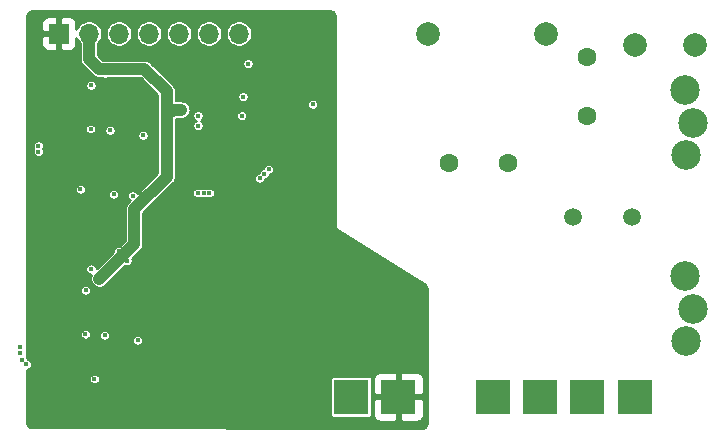
<source format=gbr>
%TF.GenerationSoftware,KiCad,Pcbnew,5.1.10-1.fc33*%
%TF.CreationDate,2021-08-29T09:58:40-07:00*%
%TF.ProjectId,hardware,68617264-7761-4726-952e-6b696361645f,rev?*%
%TF.SameCoordinates,Original*%
%TF.FileFunction,Copper,L3,Inr*%
%TF.FilePolarity,Positive*%
%FSLAX46Y46*%
G04 Gerber Fmt 4.6, Leading zero omitted, Abs format (unit mm)*
G04 Created by KiCad (PCBNEW 5.1.10-1.fc33) date 2021-08-29 09:58:40*
%MOMM*%
%LPD*%
G01*
G04 APERTURE LIST*
%TA.AperFunction,ComponentPad*%
%ADD10R,3.000000X3.000000*%
%TD*%
%TA.AperFunction,ComponentPad*%
%ADD11C,2.000000*%
%TD*%
%TA.AperFunction,ComponentPad*%
%ADD12C,2.500000*%
%TD*%
%TA.AperFunction,ComponentPad*%
%ADD13C,1.600000*%
%TD*%
%TA.AperFunction,ComponentPad*%
%ADD14O,1.700000X1.700000*%
%TD*%
%TA.AperFunction,ComponentPad*%
%ADD15R,1.700000X1.700000*%
%TD*%
%TA.AperFunction,ComponentPad*%
%ADD16C,1.500000*%
%TD*%
%TA.AperFunction,ComponentPad*%
%ADD17C,0.450000*%
%TD*%
%TA.AperFunction,ViaPad*%
%ADD18C,0.400000*%
%TD*%
%TA.AperFunction,ViaPad*%
%ADD19C,1.000000*%
%TD*%
%TA.AperFunction,Conductor*%
%ADD20C,1.000000*%
%TD*%
%TA.AperFunction,Conductor*%
%ADD21C,0.254000*%
%TD*%
%TA.AperFunction,Conductor*%
%ADD22C,0.100000*%
%TD*%
G04 APERTURE END LIST*
D10*
%TO.N,GND*%
%TO.C,PS1*%
X118750000Y-126750000D03*
%TO.N,Net-(C2-Pad2)*%
X126750000Y-126750000D03*
%TO.N,Net-(C2-Pad1)*%
X130750000Y-126750000D03*
%TO.N,Net-(C4-Pad1)*%
X114750000Y-126750000D03*
%TO.N,/AC_N*%
X134750000Y-126750000D03*
%TO.N,Net-(L5-Pad2)*%
X138750000Y-126750000D03*
%TD*%
D11*
%TO.N,/AC_L*%
%TO.C,F1*%
X143830000Y-97010000D03*
%TO.N,Net-(F1-Pad1)*%
X138750000Y-97000000D03*
%TD*%
D12*
%TO.N,/AC_L*%
%TO.C,J2*%
X143700000Y-103540814D03*
X143000000Y-100740814D03*
X143100000Y-106240814D03*
%TD*%
%TO.N,/AC_N*%
%TO.C,J1*%
X143700000Y-119354000D03*
X143000000Y-116554000D03*
X143100000Y-122054000D03*
%TD*%
D11*
%TO.N,Net-(C2-Pad2)*%
%TO.C,CY3*%
X131250000Y-96000000D03*
%TO.N,GND*%
X121250000Y-96000000D03*
%TD*%
D13*
%TO.N,Net-(C2-Pad2)*%
%TO.C,C2*%
X123000000Y-107000000D03*
%TO.N,Net-(C2-Pad1)*%
X128000000Y-107000000D03*
%TD*%
D14*
%TO.N,+1V35*%
%TO.C,J3*%
X105240000Y-96000000D03*
%TO.N,+2V5*%
X102700000Y-96000000D03*
%TO.N,+1V1*%
X100160000Y-96000000D03*
%TO.N,+3V0*%
X97620000Y-96000000D03*
%TO.N,+3V3*%
X95080000Y-96000000D03*
%TO.N,+5V*%
X92540000Y-96000000D03*
D15*
%TO.N,GND*%
X90000000Y-96000000D03*
%TD*%
D16*
%TO.N,Net-(L5-Pad2)*%
%TO.C,L5*%
X133500000Y-111500000D03*
%TO.N,Net-(C1-Pad1)*%
X138500000Y-111500000D03*
%TD*%
D13*
%TO.N,Net-(F1-Pad1)*%
%TO.C,NTC1*%
X134750000Y-98000000D03*
%TO.N,Net-(C1-Pad1)*%
X134750000Y-103000000D03*
%TD*%
D17*
%TO.N,GND*%
%TO.C,U6*%
X102651200Y-101111880D03*
X103651200Y-101111880D03*
X103151200Y-101611880D03*
X102651200Y-102111880D03*
X103651200Y-102111880D03*
%TD*%
%TO.N,GND*%
%TO.C,U5*%
X94389880Y-112561380D03*
X94389880Y-111561380D03*
X94889880Y-112061380D03*
X95389880Y-112561380D03*
X95389880Y-111561380D03*
%TD*%
%TO.N,GND*%
%TO.C,U4*%
X94557860Y-101241240D03*
X94557860Y-102241240D03*
X94057860Y-101741240D03*
X93557860Y-101241240D03*
X93557860Y-102241240D03*
%TD*%
%TO.N,GND*%
%TO.C,U3*%
X94099880Y-118609500D03*
X94099880Y-119609500D03*
X93599880Y-119109500D03*
X93099880Y-118609500D03*
X93099880Y-119609500D03*
%TD*%
D18*
%TO.N,+1V35*%
X101750000Y-109500000D03*
X102250000Y-109500000D03*
X102750000Y-109500000D03*
%TO.N,GND*%
X94907980Y-120404900D03*
X94907980Y-121192300D03*
X90539180Y-119363500D03*
X91047180Y-119363500D03*
X88326840Y-117382300D03*
X104446600Y-100303780D03*
X105249240Y-100308860D03*
X103420440Y-105134860D03*
X103405200Y-104164580D03*
X100651840Y-106501380D03*
X101426540Y-107890760D03*
X101426540Y-106989060D03*
X93583240Y-109996360D03*
X101530960Y-112552220D03*
X98231440Y-111807380D03*
X93581780Y-110765980D03*
X99882440Y-115558960D03*
X99880980Y-114575980D03*
X97442580Y-111807380D03*
X101530960Y-113312760D03*
X95365960Y-103036640D03*
X95365960Y-103925640D03*
X90679660Y-101995240D03*
X91505160Y-101995240D03*
X89168360Y-99175840D03*
X89168360Y-98337640D03*
X87999960Y-100014040D03*
X89054060Y-100014040D03*
X88710380Y-115705900D03*
X88710380Y-116467900D03*
X107078040Y-101083560D03*
X99966040Y-101591560D03*
X93750000Y-125250000D03*
X109600000Y-95200000D03*
X109600000Y-96000000D03*
X111800000Y-96600000D03*
X112400000Y-96600000D03*
D19*
X96200000Y-123000000D03*
X96200000Y-124600000D03*
X111750000Y-108500000D03*
X117800000Y-121400000D03*
D18*
X96500000Y-116750000D03*
X96500000Y-98000000D03*
X91250000Y-112000000D03*
X104000000Y-97000000D03*
X106500000Y-99250000D03*
%TO.N,+1V1*%
X107750000Y-107500000D03*
X107375000Y-107875000D03*
X107000000Y-108250000D03*
%TO.N,+3V3*%
X87250000Y-124000000D03*
X86875000Y-123625000D03*
X86675010Y-123074990D03*
X86675010Y-122574990D03*
%TO.N,+5V*%
X93876740Y-121547900D03*
X92276540Y-117737900D03*
X105589600Y-101345180D03*
X101779600Y-102945380D03*
X92723580Y-115934500D03*
X93434780Y-116747300D03*
X94623180Y-109622980D03*
X96223380Y-113432980D03*
X95766180Y-115236380D03*
X95054980Y-114423580D03*
X93181560Y-98566240D03*
X93892760Y-99379040D03*
X94324560Y-104179640D03*
X92724360Y-100369640D03*
X101782140Y-103801360D03*
X99958439Y-102441561D03*
X95091040Y-115091040D03*
X94591040Y-115591040D03*
X93991040Y-116191040D03*
%TO.N,Net-(C10-Pad1)*%
X92240980Y-121446300D03*
X96667379Y-121972901D03*
%TO.N,Net-(C14-Pad1)*%
X92698960Y-104078040D03*
X97125359Y-104604641D03*
%TO.N,Net-(C22-Pad1)*%
X96248780Y-109724580D03*
X91822381Y-109197979D03*
%TO.N,Net-(C23-Pad1)*%
X105488000Y-102970780D03*
X106014601Y-98544381D03*
%TO.N,Net-(L1-Pad1)*%
X93000000Y-125250000D03*
%TO.N,+3V0*%
X88250000Y-106000000D03*
X88250000Y-105500000D03*
%TO.N,+2V5*%
X111500000Y-102000000D03*
%TD*%
D20*
%TO.N,+5V*%
X96382080Y-113800000D02*
X95091040Y-115091040D01*
X99116039Y-108115323D02*
X96382080Y-110849282D01*
X97232078Y-99000000D02*
X99116039Y-100883961D01*
X93400000Y-99000000D02*
X97232078Y-99000000D01*
X96382080Y-110849282D02*
X96382080Y-113800000D01*
X92540000Y-98140000D02*
X93400000Y-99000000D01*
X92540000Y-96000000D02*
X92540000Y-98140000D01*
X99758439Y-102441561D02*
X99958439Y-102441561D01*
X99116039Y-100883961D02*
X99116039Y-102516039D01*
X99116039Y-102516039D02*
X99116039Y-108115323D01*
X99958439Y-102441561D02*
X100374041Y-102441561D01*
X99116039Y-102516039D02*
X99683961Y-102516039D01*
X99683961Y-102516039D02*
X99758439Y-102441561D01*
X95091040Y-115091040D02*
X94591040Y-115591040D01*
X94591040Y-115591040D02*
X93991040Y-116191040D01*
X93991040Y-116191040D02*
X93434780Y-116747300D01*
%TD*%
D21*
%TO.N,GND*%
X113096257Y-94140769D02*
X113185955Y-94177923D01*
X113262976Y-94237024D01*
X113322077Y-94314045D01*
X113359231Y-94403743D01*
X113373000Y-94508328D01*
X113373000Y-112220011D01*
X113374033Y-112236174D01*
X113390231Y-112362411D01*
X113398393Y-112393692D01*
X113445938Y-112511749D01*
X113461732Y-112539954D01*
X113537543Y-112642184D01*
X113559947Y-112665488D01*
X113659112Y-112745265D01*
X113672354Y-112754592D01*
X120937995Y-117207726D01*
X121018141Y-117272203D01*
X121074540Y-117348255D01*
X121109909Y-117436079D01*
X121123000Y-117538101D01*
X121123000Y-129014415D01*
X121109207Y-129119089D01*
X121071992Y-129208848D01*
X121012792Y-129285906D01*
X120935658Y-129344995D01*
X120845841Y-129382090D01*
X120741157Y-129395738D01*
X87707806Y-129350261D01*
X87603332Y-129336373D01*
X87513749Y-129299159D01*
X87436842Y-129240048D01*
X87377834Y-129163055D01*
X87340743Y-129073424D01*
X87327000Y-128968938D01*
X87327000Y-125203020D01*
X92523000Y-125203020D01*
X92523000Y-125296980D01*
X92541331Y-125389136D01*
X92577288Y-125475944D01*
X92629490Y-125554070D01*
X92695930Y-125620510D01*
X92774056Y-125672712D01*
X92860864Y-125708669D01*
X92953020Y-125727000D01*
X93046980Y-125727000D01*
X93139136Y-125708669D01*
X93225944Y-125672712D01*
X93304070Y-125620510D01*
X93370510Y-125554070D01*
X93422712Y-125475944D01*
X93458669Y-125389136D01*
X93477000Y-125296980D01*
X93477000Y-125250000D01*
X112971660Y-125250000D01*
X112971660Y-128250000D01*
X112977008Y-128304301D01*
X112992847Y-128356516D01*
X113018569Y-128404637D01*
X113053184Y-128446816D01*
X113095363Y-128481431D01*
X113143484Y-128507153D01*
X113195699Y-128522992D01*
X113250000Y-128528340D01*
X116250000Y-128528340D01*
X116304301Y-128522992D01*
X116356516Y-128507153D01*
X116404637Y-128481431D01*
X116446816Y-128446816D01*
X116481431Y-128404637D01*
X116507153Y-128356516D01*
X116522992Y-128304301D01*
X116528340Y-128250000D01*
X116611928Y-128250000D01*
X116624188Y-128374482D01*
X116660498Y-128494180D01*
X116719463Y-128604494D01*
X116798815Y-128701185D01*
X116895506Y-128780537D01*
X117005820Y-128839502D01*
X117125518Y-128875812D01*
X117250000Y-128888072D01*
X118464250Y-128885000D01*
X118623000Y-128726250D01*
X118623000Y-126877000D01*
X118877000Y-126877000D01*
X118877000Y-128726250D01*
X119035750Y-128885000D01*
X120250000Y-128888072D01*
X120374482Y-128875812D01*
X120494180Y-128839502D01*
X120604494Y-128780537D01*
X120701185Y-128701185D01*
X120780537Y-128604494D01*
X120839502Y-128494180D01*
X120875812Y-128374482D01*
X120888072Y-128250000D01*
X120885000Y-127035750D01*
X120726250Y-126877000D01*
X118877000Y-126877000D01*
X118623000Y-126877000D01*
X116773750Y-126877000D01*
X116615000Y-127035750D01*
X116611928Y-128250000D01*
X116528340Y-128250000D01*
X116528340Y-125250000D01*
X116611928Y-125250000D01*
X116615000Y-126464250D01*
X116773750Y-126623000D01*
X118623000Y-126623000D01*
X118623000Y-124773750D01*
X118877000Y-124773750D01*
X118877000Y-126623000D01*
X120726250Y-126623000D01*
X120885000Y-126464250D01*
X120888072Y-125250000D01*
X120875812Y-125125518D01*
X120839502Y-125005820D01*
X120780537Y-124895506D01*
X120701185Y-124798815D01*
X120604494Y-124719463D01*
X120494180Y-124660498D01*
X120374482Y-124624188D01*
X120250000Y-124611928D01*
X119035750Y-124615000D01*
X118877000Y-124773750D01*
X118623000Y-124773750D01*
X118464250Y-124615000D01*
X117250000Y-124611928D01*
X117125518Y-124624188D01*
X117005820Y-124660498D01*
X116895506Y-124719463D01*
X116798815Y-124798815D01*
X116719463Y-124895506D01*
X116660498Y-125005820D01*
X116624188Y-125125518D01*
X116611928Y-125250000D01*
X116528340Y-125250000D01*
X116522992Y-125195699D01*
X116507153Y-125143484D01*
X116481431Y-125095363D01*
X116446816Y-125053184D01*
X116404637Y-125018569D01*
X116356516Y-124992847D01*
X116304301Y-124977008D01*
X116250000Y-124971660D01*
X113250000Y-124971660D01*
X113195699Y-124977008D01*
X113143484Y-124992847D01*
X113095363Y-125018569D01*
X113053184Y-125053184D01*
X113018569Y-125095363D01*
X112992847Y-125143484D01*
X112977008Y-125195699D01*
X112971660Y-125250000D01*
X93477000Y-125250000D01*
X93477000Y-125203020D01*
X93458669Y-125110864D01*
X93422712Y-125024056D01*
X93370510Y-124945930D01*
X93304070Y-124879490D01*
X93225944Y-124827288D01*
X93139136Y-124791331D01*
X93046980Y-124773000D01*
X92953020Y-124773000D01*
X92860864Y-124791331D01*
X92774056Y-124827288D01*
X92695930Y-124879490D01*
X92629490Y-124945930D01*
X92577288Y-125024056D01*
X92541331Y-125110864D01*
X92523000Y-125203020D01*
X87327000Y-125203020D01*
X87327000Y-124471029D01*
X87389136Y-124458669D01*
X87475944Y-124422712D01*
X87554070Y-124370510D01*
X87620510Y-124304070D01*
X87672712Y-124225944D01*
X87708669Y-124139136D01*
X87727000Y-124046980D01*
X87727000Y-123953020D01*
X87708669Y-123860864D01*
X87672712Y-123774056D01*
X87620510Y-123695930D01*
X87554070Y-123629490D01*
X87475944Y-123577288D01*
X87389136Y-123541331D01*
X87342872Y-123532128D01*
X87333669Y-123485864D01*
X87327000Y-123469764D01*
X87327000Y-121399320D01*
X91763980Y-121399320D01*
X91763980Y-121493280D01*
X91782311Y-121585436D01*
X91818268Y-121672244D01*
X91870470Y-121750370D01*
X91936910Y-121816810D01*
X92015036Y-121869012D01*
X92101844Y-121904969D01*
X92194000Y-121923300D01*
X92287960Y-121923300D01*
X92380116Y-121904969D01*
X92466924Y-121869012D01*
X92545050Y-121816810D01*
X92611490Y-121750370D01*
X92663692Y-121672244D01*
X92699649Y-121585436D01*
X92716460Y-121500920D01*
X93399740Y-121500920D01*
X93399740Y-121594880D01*
X93418071Y-121687036D01*
X93454028Y-121773844D01*
X93506230Y-121851970D01*
X93572670Y-121918410D01*
X93650796Y-121970612D01*
X93737604Y-122006569D01*
X93829760Y-122024900D01*
X93923720Y-122024900D01*
X94015876Y-122006569D01*
X94102684Y-121970612D01*
X94169568Y-121925921D01*
X96190379Y-121925921D01*
X96190379Y-122019881D01*
X96208710Y-122112037D01*
X96244667Y-122198845D01*
X96296869Y-122276971D01*
X96363309Y-122343411D01*
X96441435Y-122395613D01*
X96528243Y-122431570D01*
X96620399Y-122449901D01*
X96714359Y-122449901D01*
X96806515Y-122431570D01*
X96893323Y-122395613D01*
X96971449Y-122343411D01*
X97037889Y-122276971D01*
X97090091Y-122198845D01*
X97126048Y-122112037D01*
X97144379Y-122019881D01*
X97144379Y-121925921D01*
X97126048Y-121833765D01*
X97090091Y-121746957D01*
X97037889Y-121668831D01*
X96971449Y-121602391D01*
X96893323Y-121550189D01*
X96806515Y-121514232D01*
X96714359Y-121495901D01*
X96620399Y-121495901D01*
X96528243Y-121514232D01*
X96441435Y-121550189D01*
X96363309Y-121602391D01*
X96296869Y-121668831D01*
X96244667Y-121746957D01*
X96208710Y-121833765D01*
X96190379Y-121925921D01*
X94169568Y-121925921D01*
X94180810Y-121918410D01*
X94247250Y-121851970D01*
X94299452Y-121773844D01*
X94335409Y-121687036D01*
X94353740Y-121594880D01*
X94353740Y-121500920D01*
X94335409Y-121408764D01*
X94299452Y-121321956D01*
X94247250Y-121243830D01*
X94180810Y-121177390D01*
X94102684Y-121125188D01*
X94015876Y-121089231D01*
X93923720Y-121070900D01*
X93829760Y-121070900D01*
X93737604Y-121089231D01*
X93650796Y-121125188D01*
X93572670Y-121177390D01*
X93506230Y-121243830D01*
X93454028Y-121321956D01*
X93418071Y-121408764D01*
X93399740Y-121500920D01*
X92716460Y-121500920D01*
X92717980Y-121493280D01*
X92717980Y-121399320D01*
X92699649Y-121307164D01*
X92663692Y-121220356D01*
X92611490Y-121142230D01*
X92545050Y-121075790D01*
X92466924Y-121023588D01*
X92380116Y-120987631D01*
X92287960Y-120969300D01*
X92194000Y-120969300D01*
X92101844Y-120987631D01*
X92015036Y-121023588D01*
X91936910Y-121075790D01*
X91870470Y-121142230D01*
X91818268Y-121220356D01*
X91782311Y-121307164D01*
X91763980Y-121399320D01*
X87327000Y-121399320D01*
X87327000Y-117690920D01*
X91799540Y-117690920D01*
X91799540Y-117784880D01*
X91817871Y-117877036D01*
X91853828Y-117963844D01*
X91906030Y-118041970D01*
X91972470Y-118108410D01*
X92050596Y-118160612D01*
X92137404Y-118196569D01*
X92229560Y-118214900D01*
X92323520Y-118214900D01*
X92415676Y-118196569D01*
X92502484Y-118160612D01*
X92580610Y-118108410D01*
X92647050Y-118041970D01*
X92699252Y-117963844D01*
X92735209Y-117877036D01*
X92753540Y-117784880D01*
X92753540Y-117690920D01*
X92735209Y-117598764D01*
X92699252Y-117511956D01*
X92647050Y-117433830D01*
X92580610Y-117367390D01*
X92502484Y-117315188D01*
X92415676Y-117279231D01*
X92323520Y-117260900D01*
X92229560Y-117260900D01*
X92137404Y-117279231D01*
X92050596Y-117315188D01*
X91972470Y-117367390D01*
X91906030Y-117433830D01*
X91853828Y-117511956D01*
X91817871Y-117598764D01*
X91799540Y-117690920D01*
X87327000Y-117690920D01*
X87327000Y-109150999D01*
X91345381Y-109150999D01*
X91345381Y-109244959D01*
X91363712Y-109337115D01*
X91399669Y-109423923D01*
X91451871Y-109502049D01*
X91518311Y-109568489D01*
X91596437Y-109620691D01*
X91683245Y-109656648D01*
X91775401Y-109674979D01*
X91869361Y-109674979D01*
X91961517Y-109656648D01*
X92048325Y-109620691D01*
X92115209Y-109576000D01*
X94146180Y-109576000D01*
X94146180Y-109669960D01*
X94164511Y-109762116D01*
X94200468Y-109848924D01*
X94252670Y-109927050D01*
X94319110Y-109993490D01*
X94397236Y-110045692D01*
X94484044Y-110081649D01*
X94576200Y-110099980D01*
X94670160Y-110099980D01*
X94762316Y-110081649D01*
X94849124Y-110045692D01*
X94927250Y-109993490D01*
X94993690Y-109927050D01*
X95045892Y-109848924D01*
X95081849Y-109762116D01*
X95100180Y-109669960D01*
X95100180Y-109576000D01*
X95081849Y-109483844D01*
X95045892Y-109397036D01*
X94993690Y-109318910D01*
X94927250Y-109252470D01*
X94849124Y-109200268D01*
X94762316Y-109164311D01*
X94670160Y-109145980D01*
X94576200Y-109145980D01*
X94484044Y-109164311D01*
X94397236Y-109200268D01*
X94319110Y-109252470D01*
X94252670Y-109318910D01*
X94200468Y-109397036D01*
X94164511Y-109483844D01*
X94146180Y-109576000D01*
X92115209Y-109576000D01*
X92126451Y-109568489D01*
X92192891Y-109502049D01*
X92245093Y-109423923D01*
X92281050Y-109337115D01*
X92299381Y-109244959D01*
X92299381Y-109150999D01*
X92281050Y-109058843D01*
X92245093Y-108972035D01*
X92192891Y-108893909D01*
X92126451Y-108827469D01*
X92048325Y-108775267D01*
X91961517Y-108739310D01*
X91869361Y-108720979D01*
X91775401Y-108720979D01*
X91683245Y-108739310D01*
X91596437Y-108775267D01*
X91518311Y-108827469D01*
X91451871Y-108893909D01*
X91399669Y-108972035D01*
X91363712Y-109058843D01*
X91345381Y-109150999D01*
X87327000Y-109150999D01*
X87327000Y-105453020D01*
X87773000Y-105453020D01*
X87773000Y-105546980D01*
X87791331Y-105639136D01*
X87827288Y-105725944D01*
X87843362Y-105750000D01*
X87827288Y-105774056D01*
X87791331Y-105860864D01*
X87773000Y-105953020D01*
X87773000Y-106046980D01*
X87791331Y-106139136D01*
X87827288Y-106225944D01*
X87879490Y-106304070D01*
X87945930Y-106370510D01*
X88024056Y-106422712D01*
X88110864Y-106458669D01*
X88203020Y-106477000D01*
X88296980Y-106477000D01*
X88389136Y-106458669D01*
X88475944Y-106422712D01*
X88554070Y-106370510D01*
X88620510Y-106304070D01*
X88672712Y-106225944D01*
X88708669Y-106139136D01*
X88727000Y-106046980D01*
X88727000Y-105953020D01*
X88708669Y-105860864D01*
X88672712Y-105774056D01*
X88656638Y-105750000D01*
X88672712Y-105725944D01*
X88708669Y-105639136D01*
X88727000Y-105546980D01*
X88727000Y-105453020D01*
X88708669Y-105360864D01*
X88672712Y-105274056D01*
X88620510Y-105195930D01*
X88554070Y-105129490D01*
X88475944Y-105077288D01*
X88389136Y-105041331D01*
X88296980Y-105023000D01*
X88203020Y-105023000D01*
X88110864Y-105041331D01*
X88024056Y-105077288D01*
X87945930Y-105129490D01*
X87879490Y-105195930D01*
X87827288Y-105274056D01*
X87791331Y-105360864D01*
X87773000Y-105453020D01*
X87327000Y-105453020D01*
X87327000Y-104031060D01*
X92221960Y-104031060D01*
X92221960Y-104125020D01*
X92240291Y-104217176D01*
X92276248Y-104303984D01*
X92328450Y-104382110D01*
X92394890Y-104448550D01*
X92473016Y-104500752D01*
X92559824Y-104536709D01*
X92651980Y-104555040D01*
X92745940Y-104555040D01*
X92838096Y-104536709D01*
X92924904Y-104500752D01*
X93003030Y-104448550D01*
X93069470Y-104382110D01*
X93121672Y-104303984D01*
X93157629Y-104217176D01*
X93174440Y-104132660D01*
X93847560Y-104132660D01*
X93847560Y-104226620D01*
X93865891Y-104318776D01*
X93901848Y-104405584D01*
X93954050Y-104483710D01*
X94020490Y-104550150D01*
X94098616Y-104602352D01*
X94185424Y-104638309D01*
X94277580Y-104656640D01*
X94371540Y-104656640D01*
X94463696Y-104638309D01*
X94550504Y-104602352D01*
X94617388Y-104557661D01*
X96648359Y-104557661D01*
X96648359Y-104651621D01*
X96666690Y-104743777D01*
X96702647Y-104830585D01*
X96754849Y-104908711D01*
X96821289Y-104975151D01*
X96899415Y-105027353D01*
X96986223Y-105063310D01*
X97078379Y-105081641D01*
X97172339Y-105081641D01*
X97264495Y-105063310D01*
X97351303Y-105027353D01*
X97429429Y-104975151D01*
X97495869Y-104908711D01*
X97548071Y-104830585D01*
X97584028Y-104743777D01*
X97602359Y-104651621D01*
X97602359Y-104557661D01*
X97584028Y-104465505D01*
X97548071Y-104378697D01*
X97495869Y-104300571D01*
X97429429Y-104234131D01*
X97351303Y-104181929D01*
X97264495Y-104145972D01*
X97172339Y-104127641D01*
X97078379Y-104127641D01*
X96986223Y-104145972D01*
X96899415Y-104181929D01*
X96821289Y-104234131D01*
X96754849Y-104300571D01*
X96702647Y-104378697D01*
X96666690Y-104465505D01*
X96648359Y-104557661D01*
X94617388Y-104557661D01*
X94628630Y-104550150D01*
X94695070Y-104483710D01*
X94747272Y-104405584D01*
X94783229Y-104318776D01*
X94801560Y-104226620D01*
X94801560Y-104132660D01*
X94783229Y-104040504D01*
X94747272Y-103953696D01*
X94695070Y-103875570D01*
X94628630Y-103809130D01*
X94550504Y-103756928D01*
X94463696Y-103720971D01*
X94371540Y-103702640D01*
X94277580Y-103702640D01*
X94185424Y-103720971D01*
X94098616Y-103756928D01*
X94020490Y-103809130D01*
X93954050Y-103875570D01*
X93901848Y-103953696D01*
X93865891Y-104040504D01*
X93847560Y-104132660D01*
X93174440Y-104132660D01*
X93175960Y-104125020D01*
X93175960Y-104031060D01*
X93157629Y-103938904D01*
X93121672Y-103852096D01*
X93069470Y-103773970D01*
X93003030Y-103707530D01*
X92924904Y-103655328D01*
X92838096Y-103619371D01*
X92745940Y-103601040D01*
X92651980Y-103601040D01*
X92559824Y-103619371D01*
X92473016Y-103655328D01*
X92394890Y-103707530D01*
X92328450Y-103773970D01*
X92276248Y-103852096D01*
X92240291Y-103938904D01*
X92221960Y-104031060D01*
X87327000Y-104031060D01*
X87327000Y-100322660D01*
X92247360Y-100322660D01*
X92247360Y-100416620D01*
X92265691Y-100508776D01*
X92301648Y-100595584D01*
X92353850Y-100673710D01*
X92420290Y-100740150D01*
X92498416Y-100792352D01*
X92585224Y-100828309D01*
X92677380Y-100846640D01*
X92771340Y-100846640D01*
X92863496Y-100828309D01*
X92950304Y-100792352D01*
X93028430Y-100740150D01*
X93094870Y-100673710D01*
X93147072Y-100595584D01*
X93183029Y-100508776D01*
X93201360Y-100416620D01*
X93201360Y-100322660D01*
X93183029Y-100230504D01*
X93147072Y-100143696D01*
X93094870Y-100065570D01*
X93028430Y-99999130D01*
X92950304Y-99946928D01*
X92863496Y-99910971D01*
X92771340Y-99892640D01*
X92677380Y-99892640D01*
X92585224Y-99910971D01*
X92498416Y-99946928D01*
X92420290Y-99999130D01*
X92353850Y-100065570D01*
X92301648Y-100143696D01*
X92265691Y-100230504D01*
X92247360Y-100322660D01*
X87327000Y-100322660D01*
X87327000Y-96850000D01*
X88511928Y-96850000D01*
X88524188Y-96974482D01*
X88560498Y-97094180D01*
X88619463Y-97204494D01*
X88698815Y-97301185D01*
X88795506Y-97380537D01*
X88905820Y-97439502D01*
X89025518Y-97475812D01*
X89150000Y-97488072D01*
X89714250Y-97485000D01*
X89873000Y-97326250D01*
X89873000Y-96127000D01*
X88673750Y-96127000D01*
X88515000Y-96285750D01*
X88511928Y-96850000D01*
X87327000Y-96850000D01*
X87327000Y-95150000D01*
X88511928Y-95150000D01*
X88515000Y-95714250D01*
X88673750Y-95873000D01*
X89873000Y-95873000D01*
X89873000Y-94673750D01*
X90127000Y-94673750D01*
X90127000Y-95873000D01*
X90147000Y-95873000D01*
X90147000Y-96127000D01*
X90127000Y-96127000D01*
X90127000Y-97326250D01*
X90285750Y-97485000D01*
X90850000Y-97488072D01*
X90974482Y-97475812D01*
X91094180Y-97439502D01*
X91204494Y-97380537D01*
X91301185Y-97301185D01*
X91380537Y-97204494D01*
X91439502Y-97094180D01*
X91475812Y-96974482D01*
X91488072Y-96850000D01*
X91485619Y-96399492D01*
X91541266Y-96533835D01*
X91664602Y-96718421D01*
X91763000Y-96816819D01*
X91763001Y-98101827D01*
X91759241Y-98140000D01*
X91774244Y-98292318D01*
X91818673Y-98438783D01*
X91890823Y-98573766D01*
X91963591Y-98662434D01*
X91987921Y-98692080D01*
X92017565Y-98716408D01*
X92823590Y-99522434D01*
X92847920Y-99552080D01*
X92877564Y-99576408D01*
X92877565Y-99576409D01*
X92966234Y-99649178D01*
X93054199Y-99696195D01*
X93101216Y-99721327D01*
X93247681Y-99765757D01*
X93361834Y-99777000D01*
X93361836Y-99777000D01*
X93400000Y-99780759D01*
X93438163Y-99777000D01*
X93629772Y-99777000D01*
X93666816Y-99801752D01*
X93753624Y-99837709D01*
X93845780Y-99856040D01*
X93939740Y-99856040D01*
X94031896Y-99837709D01*
X94118704Y-99801752D01*
X94155748Y-99777000D01*
X96910235Y-99777000D01*
X98339039Y-101205805D01*
X98339040Y-102477863D01*
X98335280Y-102516039D01*
X98339039Y-102554205D01*
X98339040Y-107793478D01*
X96656428Y-109476091D01*
X96619290Y-109420510D01*
X96552850Y-109354070D01*
X96474724Y-109301868D01*
X96387916Y-109265911D01*
X96295760Y-109247580D01*
X96201800Y-109247580D01*
X96109644Y-109265911D01*
X96022836Y-109301868D01*
X95944710Y-109354070D01*
X95878270Y-109420510D01*
X95826068Y-109498636D01*
X95790111Y-109585444D01*
X95771780Y-109677600D01*
X95771780Y-109771560D01*
X95790111Y-109863716D01*
X95826068Y-109950524D01*
X95878270Y-110028650D01*
X95944710Y-110095090D01*
X96000291Y-110132228D01*
X95859649Y-110272869D01*
X95830000Y-110297202D01*
X95805671Y-110326848D01*
X95732903Y-110415516D01*
X95660754Y-110550498D01*
X95660753Y-110550499D01*
X95616323Y-110696964D01*
X95605080Y-110811116D01*
X95601321Y-110849282D01*
X95605080Y-110887446D01*
X95605081Y-113478155D01*
X95130900Y-113952337D01*
X95101960Y-113946580D01*
X95008000Y-113946580D01*
X94915844Y-113964911D01*
X94829036Y-114000868D01*
X94750910Y-114053070D01*
X94684470Y-114119510D01*
X94632268Y-114197636D01*
X94596311Y-114284444D01*
X94577980Y-114376600D01*
X94577980Y-114470560D01*
X94583737Y-114499500D01*
X94068611Y-115014626D01*
X94068605Y-115014631D01*
X93468610Y-115614627D01*
X93468605Y-115614631D01*
X93199773Y-115883463D01*
X93182249Y-115795364D01*
X93146292Y-115708556D01*
X93094090Y-115630430D01*
X93027650Y-115563990D01*
X92949524Y-115511788D01*
X92862716Y-115475831D01*
X92770560Y-115457500D01*
X92676600Y-115457500D01*
X92584444Y-115475831D01*
X92497636Y-115511788D01*
X92419510Y-115563990D01*
X92353070Y-115630430D01*
X92300868Y-115708556D01*
X92264911Y-115795364D01*
X92246580Y-115887520D01*
X92246580Y-115981480D01*
X92264911Y-116073636D01*
X92300868Y-116160444D01*
X92353070Y-116238570D01*
X92419510Y-116305010D01*
X92497636Y-116357212D01*
X92584444Y-116393169D01*
X92676600Y-116411500D01*
X92733239Y-116411500D01*
X92713453Y-116448517D01*
X92669024Y-116594982D01*
X92654021Y-116747300D01*
X92669024Y-116899618D01*
X92713453Y-117046083D01*
X92785603Y-117181066D01*
X92882701Y-117299379D01*
X93001014Y-117396477D01*
X93135997Y-117468627D01*
X93282462Y-117513056D01*
X93434780Y-117528059D01*
X93587098Y-117513056D01*
X93733563Y-117468627D01*
X93868546Y-117396477D01*
X93957214Y-117323709D01*
X94567449Y-116713475D01*
X94567453Y-116713470D01*
X95167449Y-116113475D01*
X95167454Y-116113469D01*
X95597932Y-115682991D01*
X95627044Y-115695049D01*
X95719200Y-115713380D01*
X95813160Y-115713380D01*
X95905316Y-115695049D01*
X95992124Y-115659092D01*
X96070250Y-115606890D01*
X96136690Y-115540450D01*
X96188892Y-115462324D01*
X96224849Y-115375516D01*
X96243180Y-115283360D01*
X96243180Y-115189400D01*
X96224849Y-115097244D01*
X96212791Y-115068133D01*
X96904516Y-114376408D01*
X96934160Y-114352080D01*
X96958489Y-114322435D01*
X97031257Y-114233767D01*
X97103407Y-114098784D01*
X97117274Y-114053070D01*
X97147837Y-113952319D01*
X97159080Y-113838166D01*
X97159080Y-113838157D01*
X97162838Y-113800001D01*
X97159080Y-113761845D01*
X97159080Y-111171125D01*
X98877185Y-109453020D01*
X101273000Y-109453020D01*
X101273000Y-109546980D01*
X101291331Y-109639136D01*
X101327288Y-109725944D01*
X101379490Y-109804070D01*
X101445930Y-109870510D01*
X101524056Y-109922712D01*
X101610864Y-109958669D01*
X101703020Y-109977000D01*
X101796980Y-109977000D01*
X101889136Y-109958669D01*
X101975944Y-109922712D01*
X102000000Y-109906638D01*
X102024056Y-109922712D01*
X102110864Y-109958669D01*
X102203020Y-109977000D01*
X102296980Y-109977000D01*
X102389136Y-109958669D01*
X102475944Y-109922712D01*
X102500000Y-109906638D01*
X102524056Y-109922712D01*
X102610864Y-109958669D01*
X102703020Y-109977000D01*
X102796980Y-109977000D01*
X102889136Y-109958669D01*
X102975944Y-109922712D01*
X103054070Y-109870510D01*
X103120510Y-109804070D01*
X103172712Y-109725944D01*
X103208669Y-109639136D01*
X103227000Y-109546980D01*
X103227000Y-109453020D01*
X103208669Y-109360864D01*
X103172712Y-109274056D01*
X103120510Y-109195930D01*
X103054070Y-109129490D01*
X102975944Y-109077288D01*
X102889136Y-109041331D01*
X102796980Y-109023000D01*
X102703020Y-109023000D01*
X102610864Y-109041331D01*
X102524056Y-109077288D01*
X102500000Y-109093362D01*
X102475944Y-109077288D01*
X102389136Y-109041331D01*
X102296980Y-109023000D01*
X102203020Y-109023000D01*
X102110864Y-109041331D01*
X102024056Y-109077288D01*
X102000000Y-109093362D01*
X101975944Y-109077288D01*
X101889136Y-109041331D01*
X101796980Y-109023000D01*
X101703020Y-109023000D01*
X101610864Y-109041331D01*
X101524056Y-109077288D01*
X101445930Y-109129490D01*
X101379490Y-109195930D01*
X101327288Y-109274056D01*
X101291331Y-109360864D01*
X101273000Y-109453020D01*
X98877185Y-109453020D01*
X99638475Y-108691731D01*
X99668119Y-108667403D01*
X99706603Y-108620510D01*
X99765216Y-108549090D01*
X99804313Y-108475944D01*
X99837366Y-108414107D01*
X99881796Y-108267642D01*
X99888160Y-108203020D01*
X106523000Y-108203020D01*
X106523000Y-108296980D01*
X106541331Y-108389136D01*
X106577288Y-108475944D01*
X106629490Y-108554070D01*
X106695930Y-108620510D01*
X106774056Y-108672712D01*
X106860864Y-108708669D01*
X106953020Y-108727000D01*
X107046980Y-108727000D01*
X107139136Y-108708669D01*
X107225944Y-108672712D01*
X107304070Y-108620510D01*
X107370510Y-108554070D01*
X107422712Y-108475944D01*
X107458669Y-108389136D01*
X107467872Y-108342872D01*
X107514136Y-108333669D01*
X107600944Y-108297712D01*
X107679070Y-108245510D01*
X107745510Y-108179070D01*
X107797712Y-108100944D01*
X107833669Y-108014136D01*
X107842872Y-107967872D01*
X107889136Y-107958669D01*
X107975944Y-107922712D01*
X108054070Y-107870510D01*
X108120510Y-107804070D01*
X108172712Y-107725944D01*
X108208669Y-107639136D01*
X108227000Y-107546980D01*
X108227000Y-107453020D01*
X108208669Y-107360864D01*
X108172712Y-107274056D01*
X108120510Y-107195930D01*
X108054070Y-107129490D01*
X107975944Y-107077288D01*
X107889136Y-107041331D01*
X107796980Y-107023000D01*
X107703020Y-107023000D01*
X107610864Y-107041331D01*
X107524056Y-107077288D01*
X107445930Y-107129490D01*
X107379490Y-107195930D01*
X107327288Y-107274056D01*
X107291331Y-107360864D01*
X107282128Y-107407128D01*
X107235864Y-107416331D01*
X107149056Y-107452288D01*
X107070930Y-107504490D01*
X107004490Y-107570930D01*
X106952288Y-107649056D01*
X106916331Y-107735864D01*
X106907128Y-107782128D01*
X106860864Y-107791331D01*
X106774056Y-107827288D01*
X106695930Y-107879490D01*
X106629490Y-107945930D01*
X106577288Y-108024056D01*
X106541331Y-108110864D01*
X106523000Y-108203020D01*
X99888160Y-108203020D01*
X99893039Y-108153489D01*
X99893039Y-108153487D01*
X99896798Y-108115323D01*
X99893039Y-108077160D01*
X99893039Y-103264578D01*
X99982745Y-103237366D01*
X100017926Y-103218561D01*
X100412207Y-103218561D01*
X100526360Y-103207318D01*
X100672825Y-103162888D01*
X100807807Y-103090738D01*
X100926121Y-102993641D01*
X101004282Y-102898400D01*
X101302600Y-102898400D01*
X101302600Y-102992360D01*
X101320931Y-103084516D01*
X101356888Y-103171324D01*
X101409090Y-103249450D01*
X101475530Y-103315890D01*
X101553656Y-103368092D01*
X101567668Y-103373896D01*
X101556196Y-103378648D01*
X101478070Y-103430850D01*
X101411630Y-103497290D01*
X101359428Y-103575416D01*
X101323471Y-103662224D01*
X101305140Y-103754380D01*
X101305140Y-103848340D01*
X101323471Y-103940496D01*
X101359428Y-104027304D01*
X101411630Y-104105430D01*
X101478070Y-104171870D01*
X101556196Y-104224072D01*
X101643004Y-104260029D01*
X101735160Y-104278360D01*
X101829120Y-104278360D01*
X101921276Y-104260029D01*
X102008084Y-104224072D01*
X102086210Y-104171870D01*
X102152650Y-104105430D01*
X102204852Y-104027304D01*
X102240809Y-103940496D01*
X102259140Y-103848340D01*
X102259140Y-103754380D01*
X102240809Y-103662224D01*
X102204852Y-103575416D01*
X102152650Y-103497290D01*
X102086210Y-103430850D01*
X102008084Y-103378648D01*
X101994072Y-103372844D01*
X102005544Y-103368092D01*
X102083670Y-103315890D01*
X102150110Y-103249450D01*
X102202312Y-103171324D01*
X102238269Y-103084516D01*
X102256600Y-102992360D01*
X102256600Y-102923800D01*
X105011000Y-102923800D01*
X105011000Y-103017760D01*
X105029331Y-103109916D01*
X105065288Y-103196724D01*
X105117490Y-103274850D01*
X105183930Y-103341290D01*
X105262056Y-103393492D01*
X105348864Y-103429449D01*
X105441020Y-103447780D01*
X105534980Y-103447780D01*
X105627136Y-103429449D01*
X105713944Y-103393492D01*
X105792070Y-103341290D01*
X105858510Y-103274850D01*
X105910712Y-103196724D01*
X105946669Y-103109916D01*
X105965000Y-103017760D01*
X105965000Y-102923800D01*
X105946669Y-102831644D01*
X105910712Y-102744836D01*
X105858510Y-102666710D01*
X105792070Y-102600270D01*
X105713944Y-102548068D01*
X105627136Y-102512111D01*
X105534980Y-102493780D01*
X105441020Y-102493780D01*
X105348864Y-102512111D01*
X105262056Y-102548068D01*
X105183930Y-102600270D01*
X105117490Y-102666710D01*
X105065288Y-102744836D01*
X105029331Y-102831644D01*
X105011000Y-102923800D01*
X102256600Y-102923800D01*
X102256600Y-102898400D01*
X102238269Y-102806244D01*
X102202312Y-102719436D01*
X102150110Y-102641310D01*
X102083670Y-102574870D01*
X102005544Y-102522668D01*
X101918736Y-102486711D01*
X101826580Y-102468380D01*
X101732620Y-102468380D01*
X101640464Y-102486711D01*
X101553656Y-102522668D01*
X101475530Y-102574870D01*
X101409090Y-102641310D01*
X101356888Y-102719436D01*
X101320931Y-102806244D01*
X101302600Y-102898400D01*
X101004282Y-102898400D01*
X101023218Y-102875327D01*
X101095368Y-102740345D01*
X101139798Y-102593880D01*
X101154800Y-102441561D01*
X101139798Y-102289242D01*
X101095368Y-102142777D01*
X101023218Y-102007795D01*
X100978266Y-101953020D01*
X111023000Y-101953020D01*
X111023000Y-102046980D01*
X111041331Y-102139136D01*
X111077288Y-102225944D01*
X111129490Y-102304070D01*
X111195930Y-102370510D01*
X111274056Y-102422712D01*
X111360864Y-102458669D01*
X111453020Y-102477000D01*
X111546980Y-102477000D01*
X111639136Y-102458669D01*
X111725944Y-102422712D01*
X111804070Y-102370510D01*
X111870510Y-102304070D01*
X111922712Y-102225944D01*
X111958669Y-102139136D01*
X111977000Y-102046980D01*
X111977000Y-101953020D01*
X111958669Y-101860864D01*
X111922712Y-101774056D01*
X111870510Y-101695930D01*
X111804070Y-101629490D01*
X111725944Y-101577288D01*
X111639136Y-101541331D01*
X111546980Y-101523000D01*
X111453020Y-101523000D01*
X111360864Y-101541331D01*
X111274056Y-101577288D01*
X111195930Y-101629490D01*
X111129490Y-101695930D01*
X111077288Y-101774056D01*
X111041331Y-101860864D01*
X111023000Y-101953020D01*
X100978266Y-101953020D01*
X100926121Y-101889481D01*
X100807807Y-101792384D01*
X100672825Y-101720234D01*
X100526360Y-101675804D01*
X100412207Y-101664561D01*
X99893039Y-101664561D01*
X99893039Y-101298200D01*
X105112600Y-101298200D01*
X105112600Y-101392160D01*
X105130931Y-101484316D01*
X105166888Y-101571124D01*
X105219090Y-101649250D01*
X105285530Y-101715690D01*
X105363656Y-101767892D01*
X105450464Y-101803849D01*
X105542620Y-101822180D01*
X105636580Y-101822180D01*
X105728736Y-101803849D01*
X105815544Y-101767892D01*
X105893670Y-101715690D01*
X105960110Y-101649250D01*
X106012312Y-101571124D01*
X106048269Y-101484316D01*
X106066600Y-101392160D01*
X106066600Y-101298200D01*
X106048269Y-101206044D01*
X106012312Y-101119236D01*
X105960110Y-101041110D01*
X105893670Y-100974670D01*
X105815544Y-100922468D01*
X105728736Y-100886511D01*
X105636580Y-100868180D01*
X105542620Y-100868180D01*
X105450464Y-100886511D01*
X105363656Y-100922468D01*
X105285530Y-100974670D01*
X105219090Y-101041110D01*
X105166888Y-101119236D01*
X105130931Y-101206044D01*
X105112600Y-101298200D01*
X99893039Y-101298200D01*
X99893039Y-100922116D01*
X99896797Y-100883960D01*
X99893039Y-100845804D01*
X99893039Y-100845795D01*
X99881796Y-100731642D01*
X99837366Y-100585177D01*
X99765216Y-100450194D01*
X99692448Y-100361526D01*
X99692447Y-100361525D01*
X99668119Y-100331881D01*
X99638476Y-100307554D01*
X97828323Y-98497401D01*
X105537601Y-98497401D01*
X105537601Y-98591361D01*
X105555932Y-98683517D01*
X105591889Y-98770325D01*
X105644091Y-98848451D01*
X105710531Y-98914891D01*
X105788657Y-98967093D01*
X105875465Y-99003050D01*
X105967621Y-99021381D01*
X106061581Y-99021381D01*
X106153737Y-99003050D01*
X106240545Y-98967093D01*
X106318671Y-98914891D01*
X106385111Y-98848451D01*
X106437313Y-98770325D01*
X106473270Y-98683517D01*
X106491601Y-98591361D01*
X106491601Y-98497401D01*
X106473270Y-98405245D01*
X106437313Y-98318437D01*
X106385111Y-98240311D01*
X106318671Y-98173871D01*
X106240545Y-98121669D01*
X106153737Y-98085712D01*
X106061581Y-98067381D01*
X105967621Y-98067381D01*
X105875465Y-98085712D01*
X105788657Y-98121669D01*
X105710531Y-98173871D01*
X105644091Y-98240311D01*
X105591889Y-98318437D01*
X105555932Y-98405245D01*
X105537601Y-98497401D01*
X97828323Y-98497401D01*
X97808490Y-98477569D01*
X97784158Y-98447920D01*
X97665844Y-98350823D01*
X97530862Y-98278673D01*
X97384397Y-98234243D01*
X97270244Y-98223000D01*
X97270241Y-98223000D01*
X97232078Y-98219241D01*
X97193915Y-98223000D01*
X93721844Y-98223000D01*
X93317000Y-97818157D01*
X93317000Y-96816819D01*
X93415398Y-96718421D01*
X93538734Y-96533835D01*
X93623690Y-96328734D01*
X93667000Y-96111000D01*
X93667000Y-95889000D01*
X93953000Y-95889000D01*
X93953000Y-96111000D01*
X93996310Y-96328734D01*
X94081266Y-96533835D01*
X94204602Y-96718421D01*
X94361579Y-96875398D01*
X94546165Y-96998734D01*
X94751266Y-97083690D01*
X94969000Y-97127000D01*
X95191000Y-97127000D01*
X95408734Y-97083690D01*
X95613835Y-96998734D01*
X95798421Y-96875398D01*
X95955398Y-96718421D01*
X96078734Y-96533835D01*
X96163690Y-96328734D01*
X96207000Y-96111000D01*
X96207000Y-95889000D01*
X96493000Y-95889000D01*
X96493000Y-96111000D01*
X96536310Y-96328734D01*
X96621266Y-96533835D01*
X96744602Y-96718421D01*
X96901579Y-96875398D01*
X97086165Y-96998734D01*
X97291266Y-97083690D01*
X97509000Y-97127000D01*
X97731000Y-97127000D01*
X97948734Y-97083690D01*
X98153835Y-96998734D01*
X98338421Y-96875398D01*
X98495398Y-96718421D01*
X98618734Y-96533835D01*
X98703690Y-96328734D01*
X98747000Y-96111000D01*
X98747000Y-95889000D01*
X99033000Y-95889000D01*
X99033000Y-96111000D01*
X99076310Y-96328734D01*
X99161266Y-96533835D01*
X99284602Y-96718421D01*
X99441579Y-96875398D01*
X99626165Y-96998734D01*
X99831266Y-97083690D01*
X100049000Y-97127000D01*
X100271000Y-97127000D01*
X100488734Y-97083690D01*
X100693835Y-96998734D01*
X100878421Y-96875398D01*
X101035398Y-96718421D01*
X101158734Y-96533835D01*
X101243690Y-96328734D01*
X101287000Y-96111000D01*
X101287000Y-95889000D01*
X101573000Y-95889000D01*
X101573000Y-96111000D01*
X101616310Y-96328734D01*
X101701266Y-96533835D01*
X101824602Y-96718421D01*
X101981579Y-96875398D01*
X102166165Y-96998734D01*
X102371266Y-97083690D01*
X102589000Y-97127000D01*
X102811000Y-97127000D01*
X103028734Y-97083690D01*
X103233835Y-96998734D01*
X103418421Y-96875398D01*
X103575398Y-96718421D01*
X103698734Y-96533835D01*
X103783690Y-96328734D01*
X103827000Y-96111000D01*
X103827000Y-95889000D01*
X104113000Y-95889000D01*
X104113000Y-96111000D01*
X104156310Y-96328734D01*
X104241266Y-96533835D01*
X104364602Y-96718421D01*
X104521579Y-96875398D01*
X104706165Y-96998734D01*
X104911266Y-97083690D01*
X105129000Y-97127000D01*
X105351000Y-97127000D01*
X105568734Y-97083690D01*
X105773835Y-96998734D01*
X105958421Y-96875398D01*
X106115398Y-96718421D01*
X106238734Y-96533835D01*
X106323690Y-96328734D01*
X106367000Y-96111000D01*
X106367000Y-95889000D01*
X106323690Y-95671266D01*
X106238734Y-95466165D01*
X106115398Y-95281579D01*
X105958421Y-95124602D01*
X105773835Y-95001266D01*
X105568734Y-94916310D01*
X105351000Y-94873000D01*
X105129000Y-94873000D01*
X104911266Y-94916310D01*
X104706165Y-95001266D01*
X104521579Y-95124602D01*
X104364602Y-95281579D01*
X104241266Y-95466165D01*
X104156310Y-95671266D01*
X104113000Y-95889000D01*
X103827000Y-95889000D01*
X103783690Y-95671266D01*
X103698734Y-95466165D01*
X103575398Y-95281579D01*
X103418421Y-95124602D01*
X103233835Y-95001266D01*
X103028734Y-94916310D01*
X102811000Y-94873000D01*
X102589000Y-94873000D01*
X102371266Y-94916310D01*
X102166165Y-95001266D01*
X101981579Y-95124602D01*
X101824602Y-95281579D01*
X101701266Y-95466165D01*
X101616310Y-95671266D01*
X101573000Y-95889000D01*
X101287000Y-95889000D01*
X101243690Y-95671266D01*
X101158734Y-95466165D01*
X101035398Y-95281579D01*
X100878421Y-95124602D01*
X100693835Y-95001266D01*
X100488734Y-94916310D01*
X100271000Y-94873000D01*
X100049000Y-94873000D01*
X99831266Y-94916310D01*
X99626165Y-95001266D01*
X99441579Y-95124602D01*
X99284602Y-95281579D01*
X99161266Y-95466165D01*
X99076310Y-95671266D01*
X99033000Y-95889000D01*
X98747000Y-95889000D01*
X98703690Y-95671266D01*
X98618734Y-95466165D01*
X98495398Y-95281579D01*
X98338421Y-95124602D01*
X98153835Y-95001266D01*
X97948734Y-94916310D01*
X97731000Y-94873000D01*
X97509000Y-94873000D01*
X97291266Y-94916310D01*
X97086165Y-95001266D01*
X96901579Y-95124602D01*
X96744602Y-95281579D01*
X96621266Y-95466165D01*
X96536310Y-95671266D01*
X96493000Y-95889000D01*
X96207000Y-95889000D01*
X96163690Y-95671266D01*
X96078734Y-95466165D01*
X95955398Y-95281579D01*
X95798421Y-95124602D01*
X95613835Y-95001266D01*
X95408734Y-94916310D01*
X95191000Y-94873000D01*
X94969000Y-94873000D01*
X94751266Y-94916310D01*
X94546165Y-95001266D01*
X94361579Y-95124602D01*
X94204602Y-95281579D01*
X94081266Y-95466165D01*
X93996310Y-95671266D01*
X93953000Y-95889000D01*
X93667000Y-95889000D01*
X93623690Y-95671266D01*
X93538734Y-95466165D01*
X93415398Y-95281579D01*
X93258421Y-95124602D01*
X93073835Y-95001266D01*
X92868734Y-94916310D01*
X92651000Y-94873000D01*
X92429000Y-94873000D01*
X92211266Y-94916310D01*
X92006165Y-95001266D01*
X91821579Y-95124602D01*
X91664602Y-95281579D01*
X91541266Y-95466165D01*
X91485619Y-95600508D01*
X91488072Y-95150000D01*
X91475812Y-95025518D01*
X91439502Y-94905820D01*
X91380537Y-94795506D01*
X91301185Y-94698815D01*
X91204494Y-94619463D01*
X91094180Y-94560498D01*
X90974482Y-94524188D01*
X90850000Y-94511928D01*
X90285750Y-94515000D01*
X90127000Y-94673750D01*
X89873000Y-94673750D01*
X89714250Y-94515000D01*
X89150000Y-94511928D01*
X89025518Y-94524188D01*
X88905820Y-94560498D01*
X88795506Y-94619463D01*
X88698815Y-94698815D01*
X88619463Y-94795506D01*
X88560498Y-94905820D01*
X88524188Y-95025518D01*
X88511928Y-95150000D01*
X87327000Y-95150000D01*
X87327000Y-94508328D01*
X87340769Y-94403743D01*
X87377923Y-94314045D01*
X87437024Y-94237024D01*
X87514045Y-94177923D01*
X87603743Y-94140769D01*
X87708328Y-94127000D01*
X112991672Y-94127000D01*
X113096257Y-94140769D01*
%TA.AperFunction,Conductor*%
D22*
G36*
X113096257Y-94140769D02*
G01*
X113185955Y-94177923D01*
X113262976Y-94237024D01*
X113322077Y-94314045D01*
X113359231Y-94403743D01*
X113373000Y-94508328D01*
X113373000Y-112220011D01*
X113374033Y-112236174D01*
X113390231Y-112362411D01*
X113398393Y-112393692D01*
X113445938Y-112511749D01*
X113461732Y-112539954D01*
X113537543Y-112642184D01*
X113559947Y-112665488D01*
X113659112Y-112745265D01*
X113672354Y-112754592D01*
X120937995Y-117207726D01*
X121018141Y-117272203D01*
X121074540Y-117348255D01*
X121109909Y-117436079D01*
X121123000Y-117538101D01*
X121123000Y-129014415D01*
X121109207Y-129119089D01*
X121071992Y-129208848D01*
X121012792Y-129285906D01*
X120935658Y-129344995D01*
X120845841Y-129382090D01*
X120741157Y-129395738D01*
X87707806Y-129350261D01*
X87603332Y-129336373D01*
X87513749Y-129299159D01*
X87436842Y-129240048D01*
X87377834Y-129163055D01*
X87340743Y-129073424D01*
X87327000Y-128968938D01*
X87327000Y-125203020D01*
X92523000Y-125203020D01*
X92523000Y-125296980D01*
X92541331Y-125389136D01*
X92577288Y-125475944D01*
X92629490Y-125554070D01*
X92695930Y-125620510D01*
X92774056Y-125672712D01*
X92860864Y-125708669D01*
X92953020Y-125727000D01*
X93046980Y-125727000D01*
X93139136Y-125708669D01*
X93225944Y-125672712D01*
X93304070Y-125620510D01*
X93370510Y-125554070D01*
X93422712Y-125475944D01*
X93458669Y-125389136D01*
X93477000Y-125296980D01*
X93477000Y-125250000D01*
X112971660Y-125250000D01*
X112971660Y-128250000D01*
X112977008Y-128304301D01*
X112992847Y-128356516D01*
X113018569Y-128404637D01*
X113053184Y-128446816D01*
X113095363Y-128481431D01*
X113143484Y-128507153D01*
X113195699Y-128522992D01*
X113250000Y-128528340D01*
X116250000Y-128528340D01*
X116304301Y-128522992D01*
X116356516Y-128507153D01*
X116404637Y-128481431D01*
X116446816Y-128446816D01*
X116481431Y-128404637D01*
X116507153Y-128356516D01*
X116522992Y-128304301D01*
X116528340Y-128250000D01*
X116611928Y-128250000D01*
X116624188Y-128374482D01*
X116660498Y-128494180D01*
X116719463Y-128604494D01*
X116798815Y-128701185D01*
X116895506Y-128780537D01*
X117005820Y-128839502D01*
X117125518Y-128875812D01*
X117250000Y-128888072D01*
X118464250Y-128885000D01*
X118623000Y-128726250D01*
X118623000Y-126877000D01*
X118877000Y-126877000D01*
X118877000Y-128726250D01*
X119035750Y-128885000D01*
X120250000Y-128888072D01*
X120374482Y-128875812D01*
X120494180Y-128839502D01*
X120604494Y-128780537D01*
X120701185Y-128701185D01*
X120780537Y-128604494D01*
X120839502Y-128494180D01*
X120875812Y-128374482D01*
X120888072Y-128250000D01*
X120885000Y-127035750D01*
X120726250Y-126877000D01*
X118877000Y-126877000D01*
X118623000Y-126877000D01*
X116773750Y-126877000D01*
X116615000Y-127035750D01*
X116611928Y-128250000D01*
X116528340Y-128250000D01*
X116528340Y-125250000D01*
X116611928Y-125250000D01*
X116615000Y-126464250D01*
X116773750Y-126623000D01*
X118623000Y-126623000D01*
X118623000Y-124773750D01*
X118877000Y-124773750D01*
X118877000Y-126623000D01*
X120726250Y-126623000D01*
X120885000Y-126464250D01*
X120888072Y-125250000D01*
X120875812Y-125125518D01*
X120839502Y-125005820D01*
X120780537Y-124895506D01*
X120701185Y-124798815D01*
X120604494Y-124719463D01*
X120494180Y-124660498D01*
X120374482Y-124624188D01*
X120250000Y-124611928D01*
X119035750Y-124615000D01*
X118877000Y-124773750D01*
X118623000Y-124773750D01*
X118464250Y-124615000D01*
X117250000Y-124611928D01*
X117125518Y-124624188D01*
X117005820Y-124660498D01*
X116895506Y-124719463D01*
X116798815Y-124798815D01*
X116719463Y-124895506D01*
X116660498Y-125005820D01*
X116624188Y-125125518D01*
X116611928Y-125250000D01*
X116528340Y-125250000D01*
X116522992Y-125195699D01*
X116507153Y-125143484D01*
X116481431Y-125095363D01*
X116446816Y-125053184D01*
X116404637Y-125018569D01*
X116356516Y-124992847D01*
X116304301Y-124977008D01*
X116250000Y-124971660D01*
X113250000Y-124971660D01*
X113195699Y-124977008D01*
X113143484Y-124992847D01*
X113095363Y-125018569D01*
X113053184Y-125053184D01*
X113018569Y-125095363D01*
X112992847Y-125143484D01*
X112977008Y-125195699D01*
X112971660Y-125250000D01*
X93477000Y-125250000D01*
X93477000Y-125203020D01*
X93458669Y-125110864D01*
X93422712Y-125024056D01*
X93370510Y-124945930D01*
X93304070Y-124879490D01*
X93225944Y-124827288D01*
X93139136Y-124791331D01*
X93046980Y-124773000D01*
X92953020Y-124773000D01*
X92860864Y-124791331D01*
X92774056Y-124827288D01*
X92695930Y-124879490D01*
X92629490Y-124945930D01*
X92577288Y-125024056D01*
X92541331Y-125110864D01*
X92523000Y-125203020D01*
X87327000Y-125203020D01*
X87327000Y-124471029D01*
X87389136Y-124458669D01*
X87475944Y-124422712D01*
X87554070Y-124370510D01*
X87620510Y-124304070D01*
X87672712Y-124225944D01*
X87708669Y-124139136D01*
X87727000Y-124046980D01*
X87727000Y-123953020D01*
X87708669Y-123860864D01*
X87672712Y-123774056D01*
X87620510Y-123695930D01*
X87554070Y-123629490D01*
X87475944Y-123577288D01*
X87389136Y-123541331D01*
X87342872Y-123532128D01*
X87333669Y-123485864D01*
X87327000Y-123469764D01*
X87327000Y-121399320D01*
X91763980Y-121399320D01*
X91763980Y-121493280D01*
X91782311Y-121585436D01*
X91818268Y-121672244D01*
X91870470Y-121750370D01*
X91936910Y-121816810D01*
X92015036Y-121869012D01*
X92101844Y-121904969D01*
X92194000Y-121923300D01*
X92287960Y-121923300D01*
X92380116Y-121904969D01*
X92466924Y-121869012D01*
X92545050Y-121816810D01*
X92611490Y-121750370D01*
X92663692Y-121672244D01*
X92699649Y-121585436D01*
X92716460Y-121500920D01*
X93399740Y-121500920D01*
X93399740Y-121594880D01*
X93418071Y-121687036D01*
X93454028Y-121773844D01*
X93506230Y-121851970D01*
X93572670Y-121918410D01*
X93650796Y-121970612D01*
X93737604Y-122006569D01*
X93829760Y-122024900D01*
X93923720Y-122024900D01*
X94015876Y-122006569D01*
X94102684Y-121970612D01*
X94169568Y-121925921D01*
X96190379Y-121925921D01*
X96190379Y-122019881D01*
X96208710Y-122112037D01*
X96244667Y-122198845D01*
X96296869Y-122276971D01*
X96363309Y-122343411D01*
X96441435Y-122395613D01*
X96528243Y-122431570D01*
X96620399Y-122449901D01*
X96714359Y-122449901D01*
X96806515Y-122431570D01*
X96893323Y-122395613D01*
X96971449Y-122343411D01*
X97037889Y-122276971D01*
X97090091Y-122198845D01*
X97126048Y-122112037D01*
X97144379Y-122019881D01*
X97144379Y-121925921D01*
X97126048Y-121833765D01*
X97090091Y-121746957D01*
X97037889Y-121668831D01*
X96971449Y-121602391D01*
X96893323Y-121550189D01*
X96806515Y-121514232D01*
X96714359Y-121495901D01*
X96620399Y-121495901D01*
X96528243Y-121514232D01*
X96441435Y-121550189D01*
X96363309Y-121602391D01*
X96296869Y-121668831D01*
X96244667Y-121746957D01*
X96208710Y-121833765D01*
X96190379Y-121925921D01*
X94169568Y-121925921D01*
X94180810Y-121918410D01*
X94247250Y-121851970D01*
X94299452Y-121773844D01*
X94335409Y-121687036D01*
X94353740Y-121594880D01*
X94353740Y-121500920D01*
X94335409Y-121408764D01*
X94299452Y-121321956D01*
X94247250Y-121243830D01*
X94180810Y-121177390D01*
X94102684Y-121125188D01*
X94015876Y-121089231D01*
X93923720Y-121070900D01*
X93829760Y-121070900D01*
X93737604Y-121089231D01*
X93650796Y-121125188D01*
X93572670Y-121177390D01*
X93506230Y-121243830D01*
X93454028Y-121321956D01*
X93418071Y-121408764D01*
X93399740Y-121500920D01*
X92716460Y-121500920D01*
X92717980Y-121493280D01*
X92717980Y-121399320D01*
X92699649Y-121307164D01*
X92663692Y-121220356D01*
X92611490Y-121142230D01*
X92545050Y-121075790D01*
X92466924Y-121023588D01*
X92380116Y-120987631D01*
X92287960Y-120969300D01*
X92194000Y-120969300D01*
X92101844Y-120987631D01*
X92015036Y-121023588D01*
X91936910Y-121075790D01*
X91870470Y-121142230D01*
X91818268Y-121220356D01*
X91782311Y-121307164D01*
X91763980Y-121399320D01*
X87327000Y-121399320D01*
X87327000Y-117690920D01*
X91799540Y-117690920D01*
X91799540Y-117784880D01*
X91817871Y-117877036D01*
X91853828Y-117963844D01*
X91906030Y-118041970D01*
X91972470Y-118108410D01*
X92050596Y-118160612D01*
X92137404Y-118196569D01*
X92229560Y-118214900D01*
X92323520Y-118214900D01*
X92415676Y-118196569D01*
X92502484Y-118160612D01*
X92580610Y-118108410D01*
X92647050Y-118041970D01*
X92699252Y-117963844D01*
X92735209Y-117877036D01*
X92753540Y-117784880D01*
X92753540Y-117690920D01*
X92735209Y-117598764D01*
X92699252Y-117511956D01*
X92647050Y-117433830D01*
X92580610Y-117367390D01*
X92502484Y-117315188D01*
X92415676Y-117279231D01*
X92323520Y-117260900D01*
X92229560Y-117260900D01*
X92137404Y-117279231D01*
X92050596Y-117315188D01*
X91972470Y-117367390D01*
X91906030Y-117433830D01*
X91853828Y-117511956D01*
X91817871Y-117598764D01*
X91799540Y-117690920D01*
X87327000Y-117690920D01*
X87327000Y-109150999D01*
X91345381Y-109150999D01*
X91345381Y-109244959D01*
X91363712Y-109337115D01*
X91399669Y-109423923D01*
X91451871Y-109502049D01*
X91518311Y-109568489D01*
X91596437Y-109620691D01*
X91683245Y-109656648D01*
X91775401Y-109674979D01*
X91869361Y-109674979D01*
X91961517Y-109656648D01*
X92048325Y-109620691D01*
X92115209Y-109576000D01*
X94146180Y-109576000D01*
X94146180Y-109669960D01*
X94164511Y-109762116D01*
X94200468Y-109848924D01*
X94252670Y-109927050D01*
X94319110Y-109993490D01*
X94397236Y-110045692D01*
X94484044Y-110081649D01*
X94576200Y-110099980D01*
X94670160Y-110099980D01*
X94762316Y-110081649D01*
X94849124Y-110045692D01*
X94927250Y-109993490D01*
X94993690Y-109927050D01*
X95045892Y-109848924D01*
X95081849Y-109762116D01*
X95100180Y-109669960D01*
X95100180Y-109576000D01*
X95081849Y-109483844D01*
X95045892Y-109397036D01*
X94993690Y-109318910D01*
X94927250Y-109252470D01*
X94849124Y-109200268D01*
X94762316Y-109164311D01*
X94670160Y-109145980D01*
X94576200Y-109145980D01*
X94484044Y-109164311D01*
X94397236Y-109200268D01*
X94319110Y-109252470D01*
X94252670Y-109318910D01*
X94200468Y-109397036D01*
X94164511Y-109483844D01*
X94146180Y-109576000D01*
X92115209Y-109576000D01*
X92126451Y-109568489D01*
X92192891Y-109502049D01*
X92245093Y-109423923D01*
X92281050Y-109337115D01*
X92299381Y-109244959D01*
X92299381Y-109150999D01*
X92281050Y-109058843D01*
X92245093Y-108972035D01*
X92192891Y-108893909D01*
X92126451Y-108827469D01*
X92048325Y-108775267D01*
X91961517Y-108739310D01*
X91869361Y-108720979D01*
X91775401Y-108720979D01*
X91683245Y-108739310D01*
X91596437Y-108775267D01*
X91518311Y-108827469D01*
X91451871Y-108893909D01*
X91399669Y-108972035D01*
X91363712Y-109058843D01*
X91345381Y-109150999D01*
X87327000Y-109150999D01*
X87327000Y-105453020D01*
X87773000Y-105453020D01*
X87773000Y-105546980D01*
X87791331Y-105639136D01*
X87827288Y-105725944D01*
X87843362Y-105750000D01*
X87827288Y-105774056D01*
X87791331Y-105860864D01*
X87773000Y-105953020D01*
X87773000Y-106046980D01*
X87791331Y-106139136D01*
X87827288Y-106225944D01*
X87879490Y-106304070D01*
X87945930Y-106370510D01*
X88024056Y-106422712D01*
X88110864Y-106458669D01*
X88203020Y-106477000D01*
X88296980Y-106477000D01*
X88389136Y-106458669D01*
X88475944Y-106422712D01*
X88554070Y-106370510D01*
X88620510Y-106304070D01*
X88672712Y-106225944D01*
X88708669Y-106139136D01*
X88727000Y-106046980D01*
X88727000Y-105953020D01*
X88708669Y-105860864D01*
X88672712Y-105774056D01*
X88656638Y-105750000D01*
X88672712Y-105725944D01*
X88708669Y-105639136D01*
X88727000Y-105546980D01*
X88727000Y-105453020D01*
X88708669Y-105360864D01*
X88672712Y-105274056D01*
X88620510Y-105195930D01*
X88554070Y-105129490D01*
X88475944Y-105077288D01*
X88389136Y-105041331D01*
X88296980Y-105023000D01*
X88203020Y-105023000D01*
X88110864Y-105041331D01*
X88024056Y-105077288D01*
X87945930Y-105129490D01*
X87879490Y-105195930D01*
X87827288Y-105274056D01*
X87791331Y-105360864D01*
X87773000Y-105453020D01*
X87327000Y-105453020D01*
X87327000Y-104031060D01*
X92221960Y-104031060D01*
X92221960Y-104125020D01*
X92240291Y-104217176D01*
X92276248Y-104303984D01*
X92328450Y-104382110D01*
X92394890Y-104448550D01*
X92473016Y-104500752D01*
X92559824Y-104536709D01*
X92651980Y-104555040D01*
X92745940Y-104555040D01*
X92838096Y-104536709D01*
X92924904Y-104500752D01*
X93003030Y-104448550D01*
X93069470Y-104382110D01*
X93121672Y-104303984D01*
X93157629Y-104217176D01*
X93174440Y-104132660D01*
X93847560Y-104132660D01*
X93847560Y-104226620D01*
X93865891Y-104318776D01*
X93901848Y-104405584D01*
X93954050Y-104483710D01*
X94020490Y-104550150D01*
X94098616Y-104602352D01*
X94185424Y-104638309D01*
X94277580Y-104656640D01*
X94371540Y-104656640D01*
X94463696Y-104638309D01*
X94550504Y-104602352D01*
X94617388Y-104557661D01*
X96648359Y-104557661D01*
X96648359Y-104651621D01*
X96666690Y-104743777D01*
X96702647Y-104830585D01*
X96754849Y-104908711D01*
X96821289Y-104975151D01*
X96899415Y-105027353D01*
X96986223Y-105063310D01*
X97078379Y-105081641D01*
X97172339Y-105081641D01*
X97264495Y-105063310D01*
X97351303Y-105027353D01*
X97429429Y-104975151D01*
X97495869Y-104908711D01*
X97548071Y-104830585D01*
X97584028Y-104743777D01*
X97602359Y-104651621D01*
X97602359Y-104557661D01*
X97584028Y-104465505D01*
X97548071Y-104378697D01*
X97495869Y-104300571D01*
X97429429Y-104234131D01*
X97351303Y-104181929D01*
X97264495Y-104145972D01*
X97172339Y-104127641D01*
X97078379Y-104127641D01*
X96986223Y-104145972D01*
X96899415Y-104181929D01*
X96821289Y-104234131D01*
X96754849Y-104300571D01*
X96702647Y-104378697D01*
X96666690Y-104465505D01*
X96648359Y-104557661D01*
X94617388Y-104557661D01*
X94628630Y-104550150D01*
X94695070Y-104483710D01*
X94747272Y-104405584D01*
X94783229Y-104318776D01*
X94801560Y-104226620D01*
X94801560Y-104132660D01*
X94783229Y-104040504D01*
X94747272Y-103953696D01*
X94695070Y-103875570D01*
X94628630Y-103809130D01*
X94550504Y-103756928D01*
X94463696Y-103720971D01*
X94371540Y-103702640D01*
X94277580Y-103702640D01*
X94185424Y-103720971D01*
X94098616Y-103756928D01*
X94020490Y-103809130D01*
X93954050Y-103875570D01*
X93901848Y-103953696D01*
X93865891Y-104040504D01*
X93847560Y-104132660D01*
X93174440Y-104132660D01*
X93175960Y-104125020D01*
X93175960Y-104031060D01*
X93157629Y-103938904D01*
X93121672Y-103852096D01*
X93069470Y-103773970D01*
X93003030Y-103707530D01*
X92924904Y-103655328D01*
X92838096Y-103619371D01*
X92745940Y-103601040D01*
X92651980Y-103601040D01*
X92559824Y-103619371D01*
X92473016Y-103655328D01*
X92394890Y-103707530D01*
X92328450Y-103773970D01*
X92276248Y-103852096D01*
X92240291Y-103938904D01*
X92221960Y-104031060D01*
X87327000Y-104031060D01*
X87327000Y-100322660D01*
X92247360Y-100322660D01*
X92247360Y-100416620D01*
X92265691Y-100508776D01*
X92301648Y-100595584D01*
X92353850Y-100673710D01*
X92420290Y-100740150D01*
X92498416Y-100792352D01*
X92585224Y-100828309D01*
X92677380Y-100846640D01*
X92771340Y-100846640D01*
X92863496Y-100828309D01*
X92950304Y-100792352D01*
X93028430Y-100740150D01*
X93094870Y-100673710D01*
X93147072Y-100595584D01*
X93183029Y-100508776D01*
X93201360Y-100416620D01*
X93201360Y-100322660D01*
X93183029Y-100230504D01*
X93147072Y-100143696D01*
X93094870Y-100065570D01*
X93028430Y-99999130D01*
X92950304Y-99946928D01*
X92863496Y-99910971D01*
X92771340Y-99892640D01*
X92677380Y-99892640D01*
X92585224Y-99910971D01*
X92498416Y-99946928D01*
X92420290Y-99999130D01*
X92353850Y-100065570D01*
X92301648Y-100143696D01*
X92265691Y-100230504D01*
X92247360Y-100322660D01*
X87327000Y-100322660D01*
X87327000Y-96850000D01*
X88511928Y-96850000D01*
X88524188Y-96974482D01*
X88560498Y-97094180D01*
X88619463Y-97204494D01*
X88698815Y-97301185D01*
X88795506Y-97380537D01*
X88905820Y-97439502D01*
X89025518Y-97475812D01*
X89150000Y-97488072D01*
X89714250Y-97485000D01*
X89873000Y-97326250D01*
X89873000Y-96127000D01*
X88673750Y-96127000D01*
X88515000Y-96285750D01*
X88511928Y-96850000D01*
X87327000Y-96850000D01*
X87327000Y-95150000D01*
X88511928Y-95150000D01*
X88515000Y-95714250D01*
X88673750Y-95873000D01*
X89873000Y-95873000D01*
X89873000Y-94673750D01*
X90127000Y-94673750D01*
X90127000Y-95873000D01*
X90147000Y-95873000D01*
X90147000Y-96127000D01*
X90127000Y-96127000D01*
X90127000Y-97326250D01*
X90285750Y-97485000D01*
X90850000Y-97488072D01*
X90974482Y-97475812D01*
X91094180Y-97439502D01*
X91204494Y-97380537D01*
X91301185Y-97301185D01*
X91380537Y-97204494D01*
X91439502Y-97094180D01*
X91475812Y-96974482D01*
X91488072Y-96850000D01*
X91485619Y-96399492D01*
X91541266Y-96533835D01*
X91664602Y-96718421D01*
X91763000Y-96816819D01*
X91763001Y-98101827D01*
X91759241Y-98140000D01*
X91774244Y-98292318D01*
X91818673Y-98438783D01*
X91890823Y-98573766D01*
X91963591Y-98662434D01*
X91987921Y-98692080D01*
X92017565Y-98716408D01*
X92823590Y-99522434D01*
X92847920Y-99552080D01*
X92877564Y-99576408D01*
X92877565Y-99576409D01*
X92966234Y-99649178D01*
X93054199Y-99696195D01*
X93101216Y-99721327D01*
X93247681Y-99765757D01*
X93361834Y-99777000D01*
X93361836Y-99777000D01*
X93400000Y-99780759D01*
X93438163Y-99777000D01*
X93629772Y-99777000D01*
X93666816Y-99801752D01*
X93753624Y-99837709D01*
X93845780Y-99856040D01*
X93939740Y-99856040D01*
X94031896Y-99837709D01*
X94118704Y-99801752D01*
X94155748Y-99777000D01*
X96910235Y-99777000D01*
X98339039Y-101205805D01*
X98339040Y-102477863D01*
X98335280Y-102516039D01*
X98339039Y-102554205D01*
X98339040Y-107793478D01*
X96656428Y-109476091D01*
X96619290Y-109420510D01*
X96552850Y-109354070D01*
X96474724Y-109301868D01*
X96387916Y-109265911D01*
X96295760Y-109247580D01*
X96201800Y-109247580D01*
X96109644Y-109265911D01*
X96022836Y-109301868D01*
X95944710Y-109354070D01*
X95878270Y-109420510D01*
X95826068Y-109498636D01*
X95790111Y-109585444D01*
X95771780Y-109677600D01*
X95771780Y-109771560D01*
X95790111Y-109863716D01*
X95826068Y-109950524D01*
X95878270Y-110028650D01*
X95944710Y-110095090D01*
X96000291Y-110132228D01*
X95859649Y-110272869D01*
X95830000Y-110297202D01*
X95805671Y-110326848D01*
X95732903Y-110415516D01*
X95660754Y-110550498D01*
X95660753Y-110550499D01*
X95616323Y-110696964D01*
X95605080Y-110811116D01*
X95601321Y-110849282D01*
X95605080Y-110887446D01*
X95605081Y-113478155D01*
X95130900Y-113952337D01*
X95101960Y-113946580D01*
X95008000Y-113946580D01*
X94915844Y-113964911D01*
X94829036Y-114000868D01*
X94750910Y-114053070D01*
X94684470Y-114119510D01*
X94632268Y-114197636D01*
X94596311Y-114284444D01*
X94577980Y-114376600D01*
X94577980Y-114470560D01*
X94583737Y-114499500D01*
X94068611Y-115014626D01*
X94068605Y-115014631D01*
X93468610Y-115614627D01*
X93468605Y-115614631D01*
X93199773Y-115883463D01*
X93182249Y-115795364D01*
X93146292Y-115708556D01*
X93094090Y-115630430D01*
X93027650Y-115563990D01*
X92949524Y-115511788D01*
X92862716Y-115475831D01*
X92770560Y-115457500D01*
X92676600Y-115457500D01*
X92584444Y-115475831D01*
X92497636Y-115511788D01*
X92419510Y-115563990D01*
X92353070Y-115630430D01*
X92300868Y-115708556D01*
X92264911Y-115795364D01*
X92246580Y-115887520D01*
X92246580Y-115981480D01*
X92264911Y-116073636D01*
X92300868Y-116160444D01*
X92353070Y-116238570D01*
X92419510Y-116305010D01*
X92497636Y-116357212D01*
X92584444Y-116393169D01*
X92676600Y-116411500D01*
X92733239Y-116411500D01*
X92713453Y-116448517D01*
X92669024Y-116594982D01*
X92654021Y-116747300D01*
X92669024Y-116899618D01*
X92713453Y-117046083D01*
X92785603Y-117181066D01*
X92882701Y-117299379D01*
X93001014Y-117396477D01*
X93135997Y-117468627D01*
X93282462Y-117513056D01*
X93434780Y-117528059D01*
X93587098Y-117513056D01*
X93733563Y-117468627D01*
X93868546Y-117396477D01*
X93957214Y-117323709D01*
X94567449Y-116713475D01*
X94567453Y-116713470D01*
X95167449Y-116113475D01*
X95167454Y-116113469D01*
X95597932Y-115682991D01*
X95627044Y-115695049D01*
X95719200Y-115713380D01*
X95813160Y-115713380D01*
X95905316Y-115695049D01*
X95992124Y-115659092D01*
X96070250Y-115606890D01*
X96136690Y-115540450D01*
X96188892Y-115462324D01*
X96224849Y-115375516D01*
X96243180Y-115283360D01*
X96243180Y-115189400D01*
X96224849Y-115097244D01*
X96212791Y-115068133D01*
X96904516Y-114376408D01*
X96934160Y-114352080D01*
X96958489Y-114322435D01*
X97031257Y-114233767D01*
X97103407Y-114098784D01*
X97117274Y-114053070D01*
X97147837Y-113952319D01*
X97159080Y-113838166D01*
X97159080Y-113838157D01*
X97162838Y-113800001D01*
X97159080Y-113761845D01*
X97159080Y-111171125D01*
X98877185Y-109453020D01*
X101273000Y-109453020D01*
X101273000Y-109546980D01*
X101291331Y-109639136D01*
X101327288Y-109725944D01*
X101379490Y-109804070D01*
X101445930Y-109870510D01*
X101524056Y-109922712D01*
X101610864Y-109958669D01*
X101703020Y-109977000D01*
X101796980Y-109977000D01*
X101889136Y-109958669D01*
X101975944Y-109922712D01*
X102000000Y-109906638D01*
X102024056Y-109922712D01*
X102110864Y-109958669D01*
X102203020Y-109977000D01*
X102296980Y-109977000D01*
X102389136Y-109958669D01*
X102475944Y-109922712D01*
X102500000Y-109906638D01*
X102524056Y-109922712D01*
X102610864Y-109958669D01*
X102703020Y-109977000D01*
X102796980Y-109977000D01*
X102889136Y-109958669D01*
X102975944Y-109922712D01*
X103054070Y-109870510D01*
X103120510Y-109804070D01*
X103172712Y-109725944D01*
X103208669Y-109639136D01*
X103227000Y-109546980D01*
X103227000Y-109453020D01*
X103208669Y-109360864D01*
X103172712Y-109274056D01*
X103120510Y-109195930D01*
X103054070Y-109129490D01*
X102975944Y-109077288D01*
X102889136Y-109041331D01*
X102796980Y-109023000D01*
X102703020Y-109023000D01*
X102610864Y-109041331D01*
X102524056Y-109077288D01*
X102500000Y-109093362D01*
X102475944Y-109077288D01*
X102389136Y-109041331D01*
X102296980Y-109023000D01*
X102203020Y-109023000D01*
X102110864Y-109041331D01*
X102024056Y-109077288D01*
X102000000Y-109093362D01*
X101975944Y-109077288D01*
X101889136Y-109041331D01*
X101796980Y-109023000D01*
X101703020Y-109023000D01*
X101610864Y-109041331D01*
X101524056Y-109077288D01*
X101445930Y-109129490D01*
X101379490Y-109195930D01*
X101327288Y-109274056D01*
X101291331Y-109360864D01*
X101273000Y-109453020D01*
X98877185Y-109453020D01*
X99638475Y-108691731D01*
X99668119Y-108667403D01*
X99706603Y-108620510D01*
X99765216Y-108549090D01*
X99804313Y-108475944D01*
X99837366Y-108414107D01*
X99881796Y-108267642D01*
X99888160Y-108203020D01*
X106523000Y-108203020D01*
X106523000Y-108296980D01*
X106541331Y-108389136D01*
X106577288Y-108475944D01*
X106629490Y-108554070D01*
X106695930Y-108620510D01*
X106774056Y-108672712D01*
X106860864Y-108708669D01*
X106953020Y-108727000D01*
X107046980Y-108727000D01*
X107139136Y-108708669D01*
X107225944Y-108672712D01*
X107304070Y-108620510D01*
X107370510Y-108554070D01*
X107422712Y-108475944D01*
X107458669Y-108389136D01*
X107467872Y-108342872D01*
X107514136Y-108333669D01*
X107600944Y-108297712D01*
X107679070Y-108245510D01*
X107745510Y-108179070D01*
X107797712Y-108100944D01*
X107833669Y-108014136D01*
X107842872Y-107967872D01*
X107889136Y-107958669D01*
X107975944Y-107922712D01*
X108054070Y-107870510D01*
X108120510Y-107804070D01*
X108172712Y-107725944D01*
X108208669Y-107639136D01*
X108227000Y-107546980D01*
X108227000Y-107453020D01*
X108208669Y-107360864D01*
X108172712Y-107274056D01*
X108120510Y-107195930D01*
X108054070Y-107129490D01*
X107975944Y-107077288D01*
X107889136Y-107041331D01*
X107796980Y-107023000D01*
X107703020Y-107023000D01*
X107610864Y-107041331D01*
X107524056Y-107077288D01*
X107445930Y-107129490D01*
X107379490Y-107195930D01*
X107327288Y-107274056D01*
X107291331Y-107360864D01*
X107282128Y-107407128D01*
X107235864Y-107416331D01*
X107149056Y-107452288D01*
X107070930Y-107504490D01*
X107004490Y-107570930D01*
X106952288Y-107649056D01*
X106916331Y-107735864D01*
X106907128Y-107782128D01*
X106860864Y-107791331D01*
X106774056Y-107827288D01*
X106695930Y-107879490D01*
X106629490Y-107945930D01*
X106577288Y-108024056D01*
X106541331Y-108110864D01*
X106523000Y-108203020D01*
X99888160Y-108203020D01*
X99893039Y-108153489D01*
X99893039Y-108153487D01*
X99896798Y-108115323D01*
X99893039Y-108077160D01*
X99893039Y-103264578D01*
X99982745Y-103237366D01*
X100017926Y-103218561D01*
X100412207Y-103218561D01*
X100526360Y-103207318D01*
X100672825Y-103162888D01*
X100807807Y-103090738D01*
X100926121Y-102993641D01*
X101004282Y-102898400D01*
X101302600Y-102898400D01*
X101302600Y-102992360D01*
X101320931Y-103084516D01*
X101356888Y-103171324D01*
X101409090Y-103249450D01*
X101475530Y-103315890D01*
X101553656Y-103368092D01*
X101567668Y-103373896D01*
X101556196Y-103378648D01*
X101478070Y-103430850D01*
X101411630Y-103497290D01*
X101359428Y-103575416D01*
X101323471Y-103662224D01*
X101305140Y-103754380D01*
X101305140Y-103848340D01*
X101323471Y-103940496D01*
X101359428Y-104027304D01*
X101411630Y-104105430D01*
X101478070Y-104171870D01*
X101556196Y-104224072D01*
X101643004Y-104260029D01*
X101735160Y-104278360D01*
X101829120Y-104278360D01*
X101921276Y-104260029D01*
X102008084Y-104224072D01*
X102086210Y-104171870D01*
X102152650Y-104105430D01*
X102204852Y-104027304D01*
X102240809Y-103940496D01*
X102259140Y-103848340D01*
X102259140Y-103754380D01*
X102240809Y-103662224D01*
X102204852Y-103575416D01*
X102152650Y-103497290D01*
X102086210Y-103430850D01*
X102008084Y-103378648D01*
X101994072Y-103372844D01*
X102005544Y-103368092D01*
X102083670Y-103315890D01*
X102150110Y-103249450D01*
X102202312Y-103171324D01*
X102238269Y-103084516D01*
X102256600Y-102992360D01*
X102256600Y-102923800D01*
X105011000Y-102923800D01*
X105011000Y-103017760D01*
X105029331Y-103109916D01*
X105065288Y-103196724D01*
X105117490Y-103274850D01*
X105183930Y-103341290D01*
X105262056Y-103393492D01*
X105348864Y-103429449D01*
X105441020Y-103447780D01*
X105534980Y-103447780D01*
X105627136Y-103429449D01*
X105713944Y-103393492D01*
X105792070Y-103341290D01*
X105858510Y-103274850D01*
X105910712Y-103196724D01*
X105946669Y-103109916D01*
X105965000Y-103017760D01*
X105965000Y-102923800D01*
X105946669Y-102831644D01*
X105910712Y-102744836D01*
X105858510Y-102666710D01*
X105792070Y-102600270D01*
X105713944Y-102548068D01*
X105627136Y-102512111D01*
X105534980Y-102493780D01*
X105441020Y-102493780D01*
X105348864Y-102512111D01*
X105262056Y-102548068D01*
X105183930Y-102600270D01*
X105117490Y-102666710D01*
X105065288Y-102744836D01*
X105029331Y-102831644D01*
X105011000Y-102923800D01*
X102256600Y-102923800D01*
X102256600Y-102898400D01*
X102238269Y-102806244D01*
X102202312Y-102719436D01*
X102150110Y-102641310D01*
X102083670Y-102574870D01*
X102005544Y-102522668D01*
X101918736Y-102486711D01*
X101826580Y-102468380D01*
X101732620Y-102468380D01*
X101640464Y-102486711D01*
X101553656Y-102522668D01*
X101475530Y-102574870D01*
X101409090Y-102641310D01*
X101356888Y-102719436D01*
X101320931Y-102806244D01*
X101302600Y-102898400D01*
X101004282Y-102898400D01*
X101023218Y-102875327D01*
X101095368Y-102740345D01*
X101139798Y-102593880D01*
X101154800Y-102441561D01*
X101139798Y-102289242D01*
X101095368Y-102142777D01*
X101023218Y-102007795D01*
X100978266Y-101953020D01*
X111023000Y-101953020D01*
X111023000Y-102046980D01*
X111041331Y-102139136D01*
X111077288Y-102225944D01*
X111129490Y-102304070D01*
X111195930Y-102370510D01*
X111274056Y-102422712D01*
X111360864Y-102458669D01*
X111453020Y-102477000D01*
X111546980Y-102477000D01*
X111639136Y-102458669D01*
X111725944Y-102422712D01*
X111804070Y-102370510D01*
X111870510Y-102304070D01*
X111922712Y-102225944D01*
X111958669Y-102139136D01*
X111977000Y-102046980D01*
X111977000Y-101953020D01*
X111958669Y-101860864D01*
X111922712Y-101774056D01*
X111870510Y-101695930D01*
X111804070Y-101629490D01*
X111725944Y-101577288D01*
X111639136Y-101541331D01*
X111546980Y-101523000D01*
X111453020Y-101523000D01*
X111360864Y-101541331D01*
X111274056Y-101577288D01*
X111195930Y-101629490D01*
X111129490Y-101695930D01*
X111077288Y-101774056D01*
X111041331Y-101860864D01*
X111023000Y-101953020D01*
X100978266Y-101953020D01*
X100926121Y-101889481D01*
X100807807Y-101792384D01*
X100672825Y-101720234D01*
X100526360Y-101675804D01*
X100412207Y-101664561D01*
X99893039Y-101664561D01*
X99893039Y-101298200D01*
X105112600Y-101298200D01*
X105112600Y-101392160D01*
X105130931Y-101484316D01*
X105166888Y-101571124D01*
X105219090Y-101649250D01*
X105285530Y-101715690D01*
X105363656Y-101767892D01*
X105450464Y-101803849D01*
X105542620Y-101822180D01*
X105636580Y-101822180D01*
X105728736Y-101803849D01*
X105815544Y-101767892D01*
X105893670Y-101715690D01*
X105960110Y-101649250D01*
X106012312Y-101571124D01*
X106048269Y-101484316D01*
X106066600Y-101392160D01*
X106066600Y-101298200D01*
X106048269Y-101206044D01*
X106012312Y-101119236D01*
X105960110Y-101041110D01*
X105893670Y-100974670D01*
X105815544Y-100922468D01*
X105728736Y-100886511D01*
X105636580Y-100868180D01*
X105542620Y-100868180D01*
X105450464Y-100886511D01*
X105363656Y-100922468D01*
X105285530Y-100974670D01*
X105219090Y-101041110D01*
X105166888Y-101119236D01*
X105130931Y-101206044D01*
X105112600Y-101298200D01*
X99893039Y-101298200D01*
X99893039Y-100922116D01*
X99896797Y-100883960D01*
X99893039Y-100845804D01*
X99893039Y-100845795D01*
X99881796Y-100731642D01*
X99837366Y-100585177D01*
X99765216Y-100450194D01*
X99692448Y-100361526D01*
X99692447Y-100361525D01*
X99668119Y-100331881D01*
X99638476Y-100307554D01*
X97828323Y-98497401D01*
X105537601Y-98497401D01*
X105537601Y-98591361D01*
X105555932Y-98683517D01*
X105591889Y-98770325D01*
X105644091Y-98848451D01*
X105710531Y-98914891D01*
X105788657Y-98967093D01*
X105875465Y-99003050D01*
X105967621Y-99021381D01*
X106061581Y-99021381D01*
X106153737Y-99003050D01*
X106240545Y-98967093D01*
X106318671Y-98914891D01*
X106385111Y-98848451D01*
X106437313Y-98770325D01*
X106473270Y-98683517D01*
X106491601Y-98591361D01*
X106491601Y-98497401D01*
X106473270Y-98405245D01*
X106437313Y-98318437D01*
X106385111Y-98240311D01*
X106318671Y-98173871D01*
X106240545Y-98121669D01*
X106153737Y-98085712D01*
X106061581Y-98067381D01*
X105967621Y-98067381D01*
X105875465Y-98085712D01*
X105788657Y-98121669D01*
X105710531Y-98173871D01*
X105644091Y-98240311D01*
X105591889Y-98318437D01*
X105555932Y-98405245D01*
X105537601Y-98497401D01*
X97828323Y-98497401D01*
X97808490Y-98477569D01*
X97784158Y-98447920D01*
X97665844Y-98350823D01*
X97530862Y-98278673D01*
X97384397Y-98234243D01*
X97270244Y-98223000D01*
X97270241Y-98223000D01*
X97232078Y-98219241D01*
X97193915Y-98223000D01*
X93721844Y-98223000D01*
X93317000Y-97818157D01*
X93317000Y-96816819D01*
X93415398Y-96718421D01*
X93538734Y-96533835D01*
X93623690Y-96328734D01*
X93667000Y-96111000D01*
X93667000Y-95889000D01*
X93953000Y-95889000D01*
X93953000Y-96111000D01*
X93996310Y-96328734D01*
X94081266Y-96533835D01*
X94204602Y-96718421D01*
X94361579Y-96875398D01*
X94546165Y-96998734D01*
X94751266Y-97083690D01*
X94969000Y-97127000D01*
X95191000Y-97127000D01*
X95408734Y-97083690D01*
X95613835Y-96998734D01*
X95798421Y-96875398D01*
X95955398Y-96718421D01*
X96078734Y-96533835D01*
X96163690Y-96328734D01*
X96207000Y-96111000D01*
X96207000Y-95889000D01*
X96493000Y-95889000D01*
X96493000Y-96111000D01*
X96536310Y-96328734D01*
X96621266Y-96533835D01*
X96744602Y-96718421D01*
X96901579Y-96875398D01*
X97086165Y-96998734D01*
X97291266Y-97083690D01*
X97509000Y-97127000D01*
X97731000Y-97127000D01*
X97948734Y-97083690D01*
X98153835Y-96998734D01*
X98338421Y-96875398D01*
X98495398Y-96718421D01*
X98618734Y-96533835D01*
X98703690Y-96328734D01*
X98747000Y-96111000D01*
X98747000Y-95889000D01*
X99033000Y-95889000D01*
X99033000Y-96111000D01*
X99076310Y-96328734D01*
X99161266Y-96533835D01*
X99284602Y-96718421D01*
X99441579Y-96875398D01*
X99626165Y-96998734D01*
X99831266Y-97083690D01*
X100049000Y-97127000D01*
X100271000Y-97127000D01*
X100488734Y-97083690D01*
X100693835Y-96998734D01*
X100878421Y-96875398D01*
X101035398Y-96718421D01*
X101158734Y-96533835D01*
X101243690Y-96328734D01*
X101287000Y-96111000D01*
X101287000Y-95889000D01*
X101573000Y-95889000D01*
X101573000Y-96111000D01*
X101616310Y-96328734D01*
X101701266Y-96533835D01*
X101824602Y-96718421D01*
X101981579Y-96875398D01*
X102166165Y-96998734D01*
X102371266Y-97083690D01*
X102589000Y-97127000D01*
X102811000Y-97127000D01*
X103028734Y-97083690D01*
X103233835Y-96998734D01*
X103418421Y-96875398D01*
X103575398Y-96718421D01*
X103698734Y-96533835D01*
X103783690Y-96328734D01*
X103827000Y-96111000D01*
X103827000Y-95889000D01*
X104113000Y-95889000D01*
X104113000Y-96111000D01*
X104156310Y-96328734D01*
X104241266Y-96533835D01*
X104364602Y-96718421D01*
X104521579Y-96875398D01*
X104706165Y-96998734D01*
X104911266Y-97083690D01*
X105129000Y-97127000D01*
X105351000Y-97127000D01*
X105568734Y-97083690D01*
X105773835Y-96998734D01*
X105958421Y-96875398D01*
X106115398Y-96718421D01*
X106238734Y-96533835D01*
X106323690Y-96328734D01*
X106367000Y-96111000D01*
X106367000Y-95889000D01*
X106323690Y-95671266D01*
X106238734Y-95466165D01*
X106115398Y-95281579D01*
X105958421Y-95124602D01*
X105773835Y-95001266D01*
X105568734Y-94916310D01*
X105351000Y-94873000D01*
X105129000Y-94873000D01*
X104911266Y-94916310D01*
X104706165Y-95001266D01*
X104521579Y-95124602D01*
X104364602Y-95281579D01*
X104241266Y-95466165D01*
X104156310Y-95671266D01*
X104113000Y-95889000D01*
X103827000Y-95889000D01*
X103783690Y-95671266D01*
X103698734Y-95466165D01*
X103575398Y-95281579D01*
X103418421Y-95124602D01*
X103233835Y-95001266D01*
X103028734Y-94916310D01*
X102811000Y-94873000D01*
X102589000Y-94873000D01*
X102371266Y-94916310D01*
X102166165Y-95001266D01*
X101981579Y-95124602D01*
X101824602Y-95281579D01*
X101701266Y-95466165D01*
X101616310Y-95671266D01*
X101573000Y-95889000D01*
X101287000Y-95889000D01*
X101243690Y-95671266D01*
X101158734Y-95466165D01*
X101035398Y-95281579D01*
X100878421Y-95124602D01*
X100693835Y-95001266D01*
X100488734Y-94916310D01*
X100271000Y-94873000D01*
X100049000Y-94873000D01*
X99831266Y-94916310D01*
X99626165Y-95001266D01*
X99441579Y-95124602D01*
X99284602Y-95281579D01*
X99161266Y-95466165D01*
X99076310Y-95671266D01*
X99033000Y-95889000D01*
X98747000Y-95889000D01*
X98703690Y-95671266D01*
X98618734Y-95466165D01*
X98495398Y-95281579D01*
X98338421Y-95124602D01*
X98153835Y-95001266D01*
X97948734Y-94916310D01*
X97731000Y-94873000D01*
X97509000Y-94873000D01*
X97291266Y-94916310D01*
X97086165Y-95001266D01*
X96901579Y-95124602D01*
X96744602Y-95281579D01*
X96621266Y-95466165D01*
X96536310Y-95671266D01*
X96493000Y-95889000D01*
X96207000Y-95889000D01*
X96163690Y-95671266D01*
X96078734Y-95466165D01*
X95955398Y-95281579D01*
X95798421Y-95124602D01*
X95613835Y-95001266D01*
X95408734Y-94916310D01*
X95191000Y-94873000D01*
X94969000Y-94873000D01*
X94751266Y-94916310D01*
X94546165Y-95001266D01*
X94361579Y-95124602D01*
X94204602Y-95281579D01*
X94081266Y-95466165D01*
X93996310Y-95671266D01*
X93953000Y-95889000D01*
X93667000Y-95889000D01*
X93623690Y-95671266D01*
X93538734Y-95466165D01*
X93415398Y-95281579D01*
X93258421Y-95124602D01*
X93073835Y-95001266D01*
X92868734Y-94916310D01*
X92651000Y-94873000D01*
X92429000Y-94873000D01*
X92211266Y-94916310D01*
X92006165Y-95001266D01*
X91821579Y-95124602D01*
X91664602Y-95281579D01*
X91541266Y-95466165D01*
X91485619Y-95600508D01*
X91488072Y-95150000D01*
X91475812Y-95025518D01*
X91439502Y-94905820D01*
X91380537Y-94795506D01*
X91301185Y-94698815D01*
X91204494Y-94619463D01*
X91094180Y-94560498D01*
X90974482Y-94524188D01*
X90850000Y-94511928D01*
X90285750Y-94515000D01*
X90127000Y-94673750D01*
X89873000Y-94673750D01*
X89714250Y-94515000D01*
X89150000Y-94511928D01*
X89025518Y-94524188D01*
X88905820Y-94560498D01*
X88795506Y-94619463D01*
X88698815Y-94698815D01*
X88619463Y-94795506D01*
X88560498Y-94905820D01*
X88524188Y-95025518D01*
X88511928Y-95150000D01*
X87327000Y-95150000D01*
X87327000Y-94508328D01*
X87340769Y-94403743D01*
X87377923Y-94314045D01*
X87437024Y-94237024D01*
X87514045Y-94177923D01*
X87603743Y-94140769D01*
X87708328Y-94127000D01*
X112991672Y-94127000D01*
X113096257Y-94140769D01*
G37*
%TD.AperFunction*%
%TD*%
M02*

</source>
